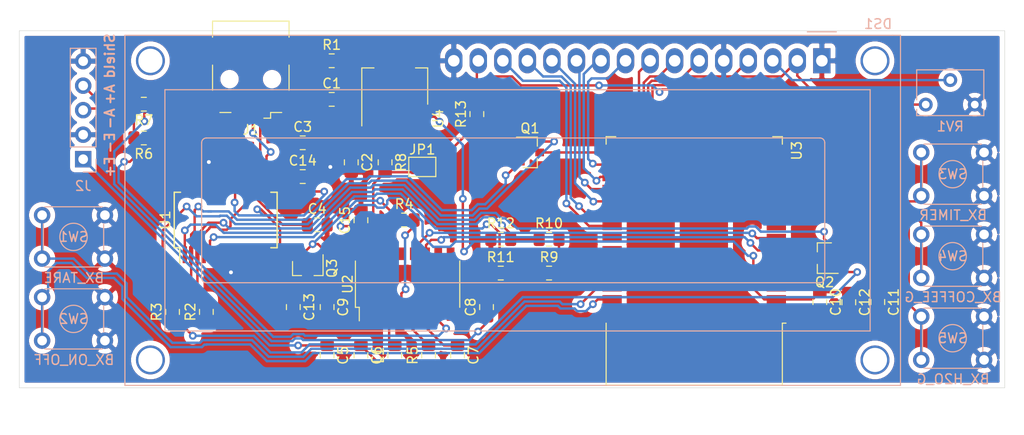
<source format=kicad_pcb>
(kicad_pcb (version 20171130) (host pcbnew "(5.1.7)-1")
  (title_block (title "Coffee Grams") (date 2020-05-19) (rev 0.1) (company "Enoch Chau"))
  (layers (0 F.Cu signal) (31 B.Cu signal) (34 B.Paste user) (35 F.Paste user) (36 B.SilkS user) (37 F.SilkS user) (38 B.Mask user) (39 F.Mask user) (44 Edge.Cuts user))
  (net 0 "")
  (net 1 GND)
  (net 2 +5V)
  (net 3 +3V3)
  (net 4 /AVDD)
  (net 5 "Net-(DS1-Pad15)")
  (net 6 /LCD_D7)
  (net 7 /LCD_D6)
  (net 8 /LCD_D5)
  (net 9 /LCD_D4)
  (net 10 /LCD_D3)
  (net 11 /LCD_D2)
  (net 12 /LCD_D1)
  (net 13 /LCD_D0)
  (net 14 /LCD_E)
  (net 15 /LCD_RS)
  (net 16 "Net-(DS1-Pad3)")
  (net 17 "Net-(J1-Pad3)")
  (net 18 "Net-(J1-Pad2)")
  (net 19 /A+)
  (net 20 /A-)
  (net 21 "Net-(JP1-Pad1)")
  (net 22 "Net-(L1-Pad2)")
  (net 23 "Net-(Q1-Pad1)")
  (net 24 /IO0)
  (net 25 /DTR)
  (net 26 "Net-(Q2-Pad1)")
  (net 27 /EN)
  (net 28 /RTS)
  (net 29 "Net-(Q3-Pad1)")
  (net 30 "Net-(R9-Pad2)")
  (net 31 /TXD0)
  (net 32 "Net-(R10-Pad2)")
  (net 33 /RXD0)
  (net 34 /BX_TARE)
  (net 35 /BX_ON_OFF)
  (net 36 /BX_TIMER)
  (net 37 /BX_COFFEE_G)
  (net 38 /BX_H2O_G)
  (net 39 /HX_DOUT)
  (net 40 /HX_SCK)
  (net 41 /INNA)
  (net 42 /INPA)
  (net 43 "Net-(C1-Pad1)")
  (net 44 "Net-(C4-Pad1)")
  (net 45 "Net-(C7-Pad1)")
  (net 46 "Net-(R4-Pad2)")
  (module Display:WC1602A (layer B.Cu) (at 169.5704 98.1964 180)
    (fp_text reference DS1 (at -5.82 3.81) (layer B.SilkS) (effects (justify mirror)))
    (fp_text value WC1602A)
    (pad "" thru_hole circle (at 69.5 0 180) (size 3 3) (drill 2.5) (layers *.Cu *.Mask))
    (pad "" thru_hole circle (at 69.49948 -31.0007 180) (size 3 3) (drill 2.5) (layers *.Cu *.Mask))
    (pad "" thru_hole circle (at -5.4991 -31.0007 180) (size 3 3) (drill 2.5) (layers *.Cu *.Mask))
    (pad "" thru_hole circle (at -5.4991 0 180) (size 3 3) (drill 2.5) (layers *.Cu *.Mask))
    (pad 16 thru_hole oval (at 38.1 0 180) (size 1.8 2.6) (drill 1.2) (layers *.Cu *.Mask) (net 1 GND))
    (pad 15 thru_hole oval (at 35.56 0 180) (size 1.8 2.6) (drill 1.2) (layers *.Cu *.Mask) (net 5 "Net-(DS1-Pad15)"))
    (pad 14 thru_hole oval (at 33.02 0 180) (size 1.8 2.6) (drill 1.2) (layers *.Cu *.Mask) (net 6 /LCD_D7))
    (pad 13 thru_hole oval (at 30.48 0 180) (size 1.8 2.6) (drill 1.2) (layers *.Cu *.Mask) (net 7 /LCD_D6))
    (pad 12 thru_hole oval (at 27.94 0 180) (size 1.8 2.6) (drill 1.2) (layers *.Cu *.Mask) (net 8 /LCD_D5))
    (pad 11 thru_hole oval (at 25.4 0 180) (size 1.8 2.6) (drill 1.2) (layers *.Cu *.Mask) (net 9 /LCD_D4))
    (pad 10 thru_hole oval (at 22.86 0 180) (size 1.8 2.6) (drill 1.2) (layers *.Cu *.Mask) (net 10 /LCD_D3))
    (pad 9 thru_hole oval (at 20.32 0 180) (size 1.8 2.6) (drill 1.2) (layers *.Cu *.Mask) (net 11 /LCD_D2))
    (pad 8 thru_hole oval (at 17.78 0 180) (size 1.8 2.6) (drill 1.2) (layers *.Cu *.Mask) (net 12 /LCD_D1))
    (pad 7 thru_hole oval (at 15.24 0 180) (size 1.8 2.6) (drill 1.2) (layers *.Cu *.Mask) (net 13 /LCD_D0))
    (pad 6 thru_hole oval (at 12.7 0 180) (size 1.8 2.6) (drill 1.2) (layers *.Cu *.Mask) (net 14 /LCD_E))
    (pad 5 thru_hole oval (at 10.16 0 180) (size 1.8 2.6) (drill 1.2) (layers *.Cu *.Mask) (net 1 GND))
    (pad 4 thru_hole oval (at 7.62 0 180) (size 1.8 2.6) (drill 1.2) (layers *.Cu *.Mask) (net 15 /LCD_RS))
    (pad 3 thru_hole oval (at 5.08 0 180) (size 1.8 2.6) (drill 1.2) (layers *.Cu *.Mask) (net 16 "Net-(DS1-Pad3)"))
    (pad 2 thru_hole oval (at 2.54 0 180) (size 1.8 2.6) (drill 1.2) (layers *.Cu *.Mask) (net 2 +5V))
    (pad 1 thru_hole rect (at 0 0 180) (size 1.8 2.6) (drill 1.2) (layers *.Cu *.Mask) (net 1 GND))
  )
  (module Connector_USB:USB_Mini-B_Wuerth_65100516121_Horizontal (layer F.Cu) (at 110.4604 100.0964 180)
    (fp_text reference J1 (at 0 -5.25) (layer F.SilkS))
    (fp_text value USB_B_Mini)
    (pad "" np_thru_hole circle (at 2.2 0 180) (size 0.9 0.9) (drill 0.9) (layers *.Cu *.Mask))
    (pad "" np_thru_hole circle (at -2.2 0 180) (size 0.9 0.9) (drill 0.9) (layers *.Cu *.Mask))
    (pad 5 smd rect (at 1.6 -2.6 180) (size 0.5 2.5) (layers F.Cu F.Paste F.Mask) (net 1 GND))
    (pad 4 smd rect (at 0.8 -2.6 180) (size 0.5 2.5) (layers F.Cu F.Paste F.Mask))
    (pad 3 smd rect (at 0 -2.6 180) (size 0.5 2.5) (layers F.Cu F.Paste F.Mask) (net 17 "Net-(J1-Pad3)"))
    (pad 2 smd rect (at -0.8 -2.6 180) (size 0.5 2.5) (layers F.Cu F.Paste F.Mask) (net 18 "Net-(J1-Pad2)"))
    (pad 1 smd rect (at -1.6 -2.6 180) (size 0.5 2.5) (layers F.Cu F.Paste F.Mask) (net 2 +5V))
    (pad 6 smd rect (at 4.4 -2.6 180) (size 2 2.5) (layers F.Cu F.Paste F.Mask) (net 43 "Net-(C1-Pad1)"))
    (pad 6 smd rect (at -4.4 -2.6 180) (size 2 2.5) (layers F.Cu F.Paste F.Mask) (net 43 "Net-(C1-Pad1)"))
    (pad 6 smd rect (at 4.4 2.9 180) (size 2 2.5) (layers F.Cu F.Paste F.Mask) (net 43 "Net-(C1-Pad1)"))
    (pad 6 smd rect (at -4.4 2.9 180) (size 2 2.5) (layers F.Cu F.Paste F.Mask) (net 43 "Net-(C1-Pad1)"))
  )
  (module Package_TO_SOT_SMD:SOT-223 (layer F.Cu) (at 125.3604 100.8464 90)
    (fp_text reference U4 (at -3.35 4.5 90) (layer F.SilkS))
    (fp_text value LM3940)
    (pad 1 smd rect (at -3.15 -2.3 90) (size 2 1.5) (layers F.Cu F.Paste F.Mask) (net 2 +5V))
    (pad 3 smd rect (at -3.15 2.3 90) (size 2 1.5) (layers F.Cu F.Paste F.Mask) (net 3 +3V3))
    (pad 2 smd rect (at -3.15 0 90) (size 2 1.5) (layers F.Cu F.Paste F.Mask) (net 1 GND))
    (pad 4 smd rect (at 3.15 0 90) (size 2 3.8) (layers F.Cu F.Paste F.Mask) (net 1 GND))
  )
  (module RF_Module:ESP32-WROOM-32 (layer F.Cu) (at 156.3604 115.9414 180)
    (fp_text reference U3 (at -10.61 8.43 90) (layer F.SilkS))
    (fp_text value ESP32-WROOM-32)
    (pad 38 smd rect (at 8.5 -8.255 180) (size 2 0.9) (layers F.Cu F.Paste F.Mask) (net 1 GND))
    (pad 37 smd rect (at 8.5 -6.985 180) (size 2 0.9) (layers F.Cu F.Paste F.Mask) (net 35 /BX_ON_OFF))
    (pad 36 smd rect (at 8.5 -5.715 180) (size 2 0.9) (layers F.Cu F.Paste F.Mask) (net 34 /BX_TARE))
    (pad 35 smd rect (at 8.5 -4.445 180) (size 2 0.9) (layers F.Cu F.Paste F.Mask) (net 30 "Net-(R9-Pad2)"))
    (pad 34 smd rect (at 8.5 -3.175 180) (size 2 0.9) (layers F.Cu F.Paste F.Mask) (net 32 "Net-(R10-Pad2)"))
    (pad 33 smd rect (at 8.5 -1.905 180) (size 2 0.9) (layers F.Cu F.Paste F.Mask))
    (pad 32 smd rect (at 8.5 -0.635 180) (size 2 0.9) (layers F.Cu F.Paste F.Mask))
    (pad 31 smd rect (at 8.5 0.635 180) (size 2 0.9) (layers F.Cu F.Paste F.Mask) (net 6 /LCD_D7))
    (pad 30 smd rect (at 8.5 1.905 180) (size 2 0.9) (layers F.Cu F.Paste F.Mask) (net 7 /LCD_D6))
    (pad 29 smd rect (at 8.5 3.175 180) (size 2 0.9) (layers F.Cu F.Paste F.Mask) (net 8 /LCD_D5))
    (pad 28 smd rect (at 8.5 4.445 180) (size 2 0.9) (layers F.Cu F.Paste F.Mask) (net 9 /LCD_D4))
    (pad 27 smd rect (at 8.5 5.715 180) (size 2 0.9) (layers F.Cu F.Paste F.Mask) (net 10 /LCD_D3))
    (pad 26 smd rect (at 8.5 6.985 180) (size 2 0.9) (layers F.Cu F.Paste F.Mask) (net 11 /LCD_D2))
    (pad 25 smd rect (at 8.5 8.255 180) (size 2 0.9) (layers F.Cu F.Paste F.Mask) (net 24 /IO0))
    (pad 24 smd rect (at 5.715 9.255 270) (size 2 0.9) (layers F.Cu F.Paste F.Mask) (net 12 /LCD_D1))
    (pad 23 smd rect (at 4.445 9.255 270) (size 2 0.9) (layers F.Cu F.Paste F.Mask) (net 13 /LCD_D0))
    (pad 22 smd rect (at 3.175 9.255 270) (size 2 0.9) (layers F.Cu F.Paste F.Mask))
    (pad 21 smd rect (at 1.905 9.255 270) (size 2 0.9) (layers F.Cu F.Paste F.Mask))
    (pad 20 smd rect (at 0.635 9.255 270) (size 2 0.9) (layers F.Cu F.Paste F.Mask))
    (pad 19 smd rect (at -0.635 9.255 270) (size 2 0.9) (layers F.Cu F.Paste F.Mask))
    (pad 18 smd rect (at -1.905 9.255 270) (size 2 0.9) (layers F.Cu F.Paste F.Mask))
    (pad 17 smd rect (at -3.175 9.255 270) (size 2 0.9) (layers F.Cu F.Paste F.Mask))
    (pad 16 smd rect (at -4.445 9.255 270) (size 2 0.9) (layers F.Cu F.Paste F.Mask) (net 14 /LCD_E))
    (pad 15 smd rect (at -5.715 9.255 270) (size 2 0.9) (layers F.Cu F.Paste F.Mask) (net 1 GND))
    (pad 14 smd rect (at -8.5 8.255 180) (size 2 0.9) (layers F.Cu F.Paste F.Mask))
    (pad 13 smd rect (at -8.5 6.985 180) (size 2 0.9) (layers F.Cu F.Paste F.Mask) (net 15 /LCD_RS))
    (pad 12 smd rect (at -8.5 5.715 180) (size 2 0.9) (layers F.Cu F.Paste F.Mask))
    (pad 11 smd rect (at -8.5 4.445 180) (size 2 0.9) (layers F.Cu F.Paste F.Mask))
    (pad 10 smd rect (at -8.5 3.175 180) (size 2 0.9) (layers F.Cu F.Paste F.Mask) (net 36 /BX_TIMER))
    (pad 9 smd rect (at -8.5 1.905 180) (size 2 0.9) (layers F.Cu F.Paste F.Mask) (net 37 /BX_COFFEE_G))
    (pad 8 smd rect (at -8.5 0.635 180) (size 2 0.9) (layers F.Cu F.Paste F.Mask) (net 38 /BX_H2O_G))
    (pad 7 smd rect (at -8.5 -0.635 180) (size 2 0.9) (layers F.Cu F.Paste F.Mask) (net 39 /HX_DOUT))
    (pad 6 smd rect (at -8.5 -1.905 180) (size 2 0.9) (layers F.Cu F.Paste F.Mask) (net 40 /HX_SCK))
    (pad 5 smd rect (at -8.5 -3.175 180) (size 2 0.9) (layers F.Cu F.Paste F.Mask))
    (pad 4 smd rect (at -8.5 -4.445 180) (size 2 0.9) (layers F.Cu F.Paste F.Mask))
    (pad 3 smd rect (at -8.5 -5.715 180) (size 2 0.9) (layers F.Cu F.Paste F.Mask) (net 27 /EN))
    (pad 2 smd rect (at -8.5 -6.985 180) (size 2 0.9) (layers F.Cu F.Paste F.Mask) (net 3 +3V3))
    (pad 1 smd rect (at -8.5 -8.255 180) (size 2 0.9) (layers F.Cu F.Paste F.Mask) (net 1 GND))
    (pad 39 smd rect (at -1 -0.755 180) (size 5 5) (layers F.Cu F.Paste F.Mask) (net 1 GND))
  )
  (module Package_SO:SOP-16_4.4x10.4mm_P1.27mm (layer F.Cu) (at 126.6904 121.3464 90)
    (fp_text reference U2 (at 0 -6.2 90) (layer F.SilkS))
    (fp_text value HX711)
    (pad 16 smd rect (at 3.15 -4.45 90) (size 1.3 0.8) (layers F.Cu F.Paste F.Mask) (net 3 +3V3))
    (pad 15 smd rect (at 3.15 -3.17 90) (size 1.3 0.8) (layers F.Cu F.Paste F.Mask) (net 21 "Net-(JP1-Pad1)"))
    (pad 14 smd rect (at 3.15 -1.91 90) (size 1.3 0.8) (layers F.Cu F.Paste F.Mask) (net 1 GND))
    (pad 13 smd rect (at 3.15 -0.64 90) (size 1.3 0.8) (layers F.Cu F.Paste F.Mask))
    (pad 12 smd rect (at 3.15 0.64 90) (size 1.3 0.8) (layers F.Cu F.Paste F.Mask) (net 39 /HX_DOUT))
    (pad 11 smd rect (at 3.15 1.91 90) (size 1.3 0.8) (layers F.Cu F.Paste F.Mask) (net 40 /HX_SCK))
    (pad 10 smd rect (at 3.15 3.17 90) (size 1.3 0.8) (layers F.Cu F.Paste F.Mask))
    (pad 9 smd rect (at 3.15 4.45 90) (size 1.3 0.8) (layers F.Cu F.Paste F.Mask))
    (pad 8 smd rect (at -3.15 4.45 90) (size 1.3 0.8) (layers F.Cu F.Paste F.Mask) (net 42 /INPA))
    (pad 7 smd rect (at -3.15 3.17 90) (size 1.3 0.8) (layers F.Cu F.Paste F.Mask) (net 41 /INNA))
    (pad 6 smd rect (at -3.15 1.91 90) (size 1.3 0.8) (layers F.Cu F.Paste F.Mask) (net 45 "Net-(C7-Pad1)"))
    (pad 5 smd rect (at -3.15 0.64 90) (size 1.3 0.8) (layers F.Cu F.Paste F.Mask) (net 1 GND))
    (pad 4 smd rect (at -3.15 -0.64 90) (size 1.3 0.8) (layers F.Cu F.Paste F.Mask) (net 46 "Net-(R4-Pad2)"))
    (pad 3 smd rect (at -3.15 -1.91 90) (size 1.3 0.8) (layers F.Cu F.Paste F.Mask) (net 22 "Net-(L1-Pad2)"))
    (pad 2 smd rect (at -3.15 -3.17 90) (size 1.3 0.8) (layers F.Cu F.Paste F.Mask) (net 29 "Net-(Q3-Pad1)"))
    (pad 1 smd rect (at -3.15 -4.45 90) (size 1.3 0.8) (layers F.Cu F.Paste F.Mask) (net 2 +5V))
  )
  (module Package_SO:SSOP-28_5.3x10.2mm_P0.65mm (layer F.Cu) (at 107.8604 114.6964 90)
    (fp_text reference U1 (at 0 -6.25 90) (layer F.SilkS))
    (fp_text value FT232RL)
    (pad 28 smd rect (at 3.6 -4.225 90) (size 1.75 0.45) (layers F.Cu F.Paste F.Mask))
    (pad 27 smd rect (at 3.6 -3.575 90) (size 1.75 0.45) (layers F.Cu F.Paste F.Mask))
    (pad 26 smd rect (at 3.6 -2.925 90) (size 1.75 0.45) (layers F.Cu F.Paste F.Mask) (net 1 GND))
    (pad 25 smd rect (at 3.6 -2.275 90) (size 1.75 0.45) (layers F.Cu F.Paste F.Mask) (net 1 GND))
    (pad 24 smd rect (at 3.6 -1.625 90) (size 1.75 0.45) (layers F.Cu F.Paste F.Mask))
    (pad 23 smd rect (at 3.6 -0.975 90) (size 1.75 0.45) (layers F.Cu F.Paste F.Mask))
    (pad 22 smd rect (at 3.6 -0.325 90) (size 1.75 0.45) (layers F.Cu F.Paste F.Mask))
    (pad 21 smd rect (at 3.6 0.325 90) (size 1.75 0.45) (layers F.Cu F.Paste F.Mask) (net 1 GND))
    (pad 20 smd rect (at 3.6 0.975 90) (size 1.75 0.45) (layers F.Cu F.Paste F.Mask) (net 2 +5V))
    (pad 19 smd rect (at 3.6 1.625 90) (size 1.75 0.45) (layers F.Cu F.Paste F.Mask))
    (pad 18 smd rect (at 3.6 2.275 90) (size 1.75 0.45) (layers F.Cu F.Paste F.Mask) (net 1 GND))
    (pad 17 smd rect (at 3.6 2.925 90) (size 1.75 0.45) (layers F.Cu F.Paste F.Mask) (net 44 "Net-(C4-Pad1)"))
    (pad 16 smd rect (at 3.6 3.575 90) (size 1.75 0.45) (layers F.Cu F.Paste F.Mask) (net 18 "Net-(J1-Pad2)"))
    (pad 15 smd rect (at 3.6 4.225 90) (size 1.75 0.45) (layers F.Cu F.Paste F.Mask) (net 17 "Net-(J1-Pad3)"))
    (pad 14 smd rect (at -3.6 4.225 90) (size 1.75 0.45) (layers F.Cu F.Paste F.Mask))
    (pad 13 smd rect (at -3.6 3.575 90) (size 1.75 0.45) (layers F.Cu F.Paste F.Mask))
    (pad 12 smd rect (at -3.6 2.925 90) (size 1.75 0.45) (layers F.Cu F.Paste F.Mask))
    (pad 11 smd rect (at -3.6 2.275 90) (size 1.75 0.45) (layers F.Cu F.Paste F.Mask))
    (pad 10 smd rect (at -3.6 1.625 90) (size 1.75 0.45) (layers F.Cu F.Paste F.Mask))
    (pad 9 smd rect (at -3.6 0.975 90) (size 1.75 0.45) (layers F.Cu F.Paste F.Mask))
    (pad 8 smd rect (at -3.6 0.325 90) (size 1.75 0.45) (layers F.Cu F.Paste F.Mask))
    (pad 7 smd rect (at -3.6 -0.325 90) (size 1.75 0.45) (layers F.Cu F.Paste F.Mask) (net 1 GND))
    (pad 6 smd rect (at -3.6 -0.975 90) (size 1.75 0.45) (layers F.Cu F.Paste F.Mask))
    (pad 5 smd rect (at -3.6 -1.625 90) (size 1.75 0.45) (layers F.Cu F.Paste F.Mask) (net 31 /TXD0))
    (pad 4 smd rect (at -3.6 -2.275 90) (size 1.75 0.45) (layers F.Cu F.Paste F.Mask) (net 44 "Net-(C4-Pad1)"))
    (pad 3 smd rect (at -3.6 -2.925 90) (size 1.75 0.45) (layers F.Cu F.Paste F.Mask) (net 28 /RTS))
    (pad 2 smd rect (at -3.6 -3.575 90) (size 1.75 0.45) (layers F.Cu F.Paste F.Mask) (net 25 /DTR))
    (pad 1 smd rect (at -3.6 -4.225 90) (size 1.75 0.45) (layers F.Cu F.Paste F.Mask) (net 33 /RXD0))
  )
  (module Button_Switch_THT:SW_TH_Tactile_Omron_B3F-10xx (layer B.Cu) (at 186.3604 124.6964 180)
    (fp_text reference SW5 (at 3.25 -2.25) (layer B.SilkS) (effects (justify mirror)))
    (fp_text value BX_H2O_G (at 3.2 -6.5) (layer B.SilkS) (effects (justify mirror)))
    (pad 1 thru_hole circle (at 0 0 180) (size 1.7 1.7) (drill 1) (layers *.Cu *.Mask) (net 1 GND))
    (pad 2 thru_hole circle (at 6.5 0 180) (size 1.7 1.7) (drill 1) (layers *.Cu *.Mask) (net 38 /BX_H2O_G))
    (pad 3 thru_hole circle (at 0 -4.5 180) (size 1.7 1.7) (drill 1) (layers *.Cu *.Mask) (net 1 GND))
    (pad 4 thru_hole circle (at 6.5 -4.5 180) (size 1.7 1.7) (drill 1) (layers *.Cu *.Mask) (net 38 /BX_H2O_G))
  )
  (module Button_Switch_THT:SW_TH_Tactile_Omron_B3F-10xx (layer B.Cu) (at 186.3604 116.1964 180)
    (fp_text reference SW4 (at 3.25 -2.25) (layer B.SilkS) (effects (justify mirror)))
    (fp_text value BX_COFFEE_G (at 3.2 -6.5) (layer B.SilkS) (effects (justify mirror)))
    (pad 1 thru_hole circle (at 0 0 180) (size 1.7 1.7) (drill 1) (layers *.Cu *.Mask) (net 1 GND))
    (pad 2 thru_hole circle (at 6.5 0 180) (size 1.7 1.7) (drill 1) (layers *.Cu *.Mask) (net 37 /BX_COFFEE_G))
    (pad 3 thru_hole circle (at 0 -4.5 180) (size 1.7 1.7) (drill 1) (layers *.Cu *.Mask) (net 1 GND))
    (pad 4 thru_hole circle (at 6.5 -4.5 180) (size 1.7 1.7) (drill 1) (layers *.Cu *.Mask) (net 37 /BX_COFFEE_G))
  )
  (module Button_Switch_THT:SW_TH_Tactile_Omron_B3F-10xx (layer B.Cu) (at 186.3604 107.6964 180)
    (fp_text reference SW3 (at 3.25 -2.25) (layer B.SilkS) (effects (justify mirror)))
    (fp_text value BX_TIMER (at 3.2 -6.5) (layer B.SilkS) (effects (justify mirror)))
    (pad 1 thru_hole circle (at 0 0 180) (size 1.7 1.7) (drill 1) (layers *.Cu *.Mask) (net 1 GND))
    (pad 2 thru_hole circle (at 6.5 0 180) (size 1.7 1.7) (drill 1) (layers *.Cu *.Mask) (net 36 /BX_TIMER))
    (pad 3 thru_hole circle (at 0 -4.5 180) (size 1.7 1.7) (drill 1) (layers *.Cu *.Mask) (net 1 GND))
    (pad 4 thru_hole circle (at 6.5 -4.5 180) (size 1.7 1.7) (drill 1) (layers *.Cu *.Mask) (net 36 /BX_TIMER))
  )
  (module Button_Switch_THT:SW_TH_Tactile_Omron_B3F-10xx (layer B.Cu) (at 95.3604 122.6964 180)
    (fp_text reference SW2 (at 3.25 -2.25) (layer B.SilkS) (effects (justify mirror)))
    (fp_text value BX_ON_OFF (at 3.2 -6.5) (layer B.SilkS) (effects (justify mirror)))
    (pad 1 thru_hole circle (at 0 0 180) (size 1.7 1.7) (drill 1) (layers *.Cu *.Mask) (net 1 GND))
    (pad 2 thru_hole circle (at 6.5 0 180) (size 1.7 1.7) (drill 1) (layers *.Cu *.Mask) (net 35 /BX_ON_OFF))
    (pad 3 thru_hole circle (at 0 -4.5 180) (size 1.7 1.7) (drill 1) (layers *.Cu *.Mask) (net 1 GND))
    (pad 4 thru_hole circle (at 6.5 -4.5 180) (size 1.7 1.7) (drill 1) (layers *.Cu *.Mask) (net 35 /BX_ON_OFF))
  )
  (module Button_Switch_THT:SW_TH_Tactile_Omron_B3F-10xx (layer B.Cu) (at 95.3604 114.1964 180)
    (fp_text reference SW1 (at 3.25 -2.25) (layer B.SilkS) (effects (justify mirror)))
    (fp_text value BX_TARE (at 3.2 -6.5) (layer B.SilkS) (effects (justify mirror)))
    (pad 1 thru_hole circle (at 0 0 180) (size 1.7 1.7) (drill 1) (layers *.Cu *.Mask) (net 1 GND))
    (pad 2 thru_hole circle (at 6.5 0 180) (size 1.7 1.7) (drill 1) (layers *.Cu *.Mask) (net 34 /BX_TARE))
    (pad 3 thru_hole circle (at 0 -4.5 180) (size 1.7 1.7) (drill 1) (layers *.Cu *.Mask) (net 1 GND))
    (pad 4 thru_hole circle (at 6.5 -4.5 180) (size 1.7 1.7) (drill 1) (layers *.Cu *.Mask) (net 34 /BX_TARE))
  )
  (module Potentiometer_THT:Potentiometer_Bourns_3266W_Vertical (layer B.Cu) (at 185.4004 102.7364)
    (fp_text reference RV1 (at -2.54 2.27) (layer B.SilkS) (effects (justify mirror)))
    (fp_text value 10K)
    (pad 3 thru_hole circle (at -5.08 0) (size 1.44 1.44) (drill 0.8) (layers *.Cu *.Mask) (net 2 +5V))
    (pad 2 thru_hole circle (at -2.54 -2.54) (size 1.44 1.44) (drill 0.8) (layers *.Cu *.Mask) (net 16 "Net-(DS1-Pad3)"))
    (pad 1 thru_hole circle (at 0 0) (size 1.44 1.44) (drill 0.8) (layers *.Cu *.Mask) (net 1 GND))
  )
  (module Resistor_SMD:R_0805_2012Metric_Pad1.15x1.40mm_HandSolder (layer F.Cu) (at 133.8604 103.7214 90)
    (fp_text reference R13 (at 0 -1.65 90) (layer F.SilkS))
    (fp_text value 220)
    (pad 2 smd roundrect (at 1.025 0 90) (size 1.15 1.4) (layers F.Cu F.Paste F.Mask) (roundrect_rratio 0.217391) (net 5 "Net-(DS1-Pad15)"))
    (pad 1 smd roundrect (at -1.025 0 90) (size 1.15 1.4) (layers F.Cu F.Paste F.Mask) (roundrect_rratio 0.217391) (net 2 +5V))
  )
  (module Resistor_SMD:R_0805_2012Metric_Pad1.15x1.40mm_HandSolder (layer F.Cu) (at 136.3354 116.6964)
    (fp_text reference R12 (at 0 -1.65) (layer F.SilkS))
    (fp_text value 4.7K)
    (pad 2 smd roundrect (at 1.025 0) (size 1.15 1.4) (layers F.Cu F.Paste F.Mask) (roundrect_rratio 0.217391) (net 33 /RXD0))
    (pad 1 smd roundrect (at -1.025 0) (size 1.15 1.4) (layers F.Cu F.Paste F.Mask) (roundrect_rratio 0.217391) (net 1 GND))
  )
  (module Resistor_SMD:R_0805_2012Metric_Pad1.15x1.40mm_HandSolder (layer F.Cu) (at 136.3354 120.1964)
    (fp_text reference R11 (at 0 -1.65) (layer F.SilkS))
    (fp_text value 4.7k)
    (pad 2 smd roundrect (at 1.025 0) (size 1.15 1.4) (layers F.Cu F.Paste F.Mask) (roundrect_rratio 0.217391) (net 31 /TXD0))
    (pad 1 smd roundrect (at -1.025 0) (size 1.15 1.4) (layers F.Cu F.Paste F.Mask) (roundrect_rratio 0.217391) (net 1 GND))
  )
  (module Resistor_SMD:R_0805_2012Metric_Pad1.15x1.40mm_HandSolder (layer F.Cu) (at 141.3354 116.6964)
    (fp_text reference R10 (at 0 -1.65) (layer F.SilkS))
    (fp_text value 150)
    (pad 2 smd roundrect (at 1.025 0) (size 1.15 1.4) (layers F.Cu F.Paste F.Mask) (roundrect_rratio 0.217391) (net 32 "Net-(R10-Pad2)"))
    (pad 1 smd roundrect (at -1.025 0) (size 1.15 1.4) (layers F.Cu F.Paste F.Mask) (roundrect_rratio 0.217391) (net 33 /RXD0))
  )
  (module Resistor_SMD:R_0805_2012Metric_Pad1.15x1.40mm_HandSolder (layer F.Cu) (at 141.3354 120.1964)
    (fp_text reference R9 (at 0 -1.65) (layer F.SilkS))
    (fp_text value 150)
    (pad 2 smd roundrect (at 1.025 0) (size 1.15 1.4) (layers F.Cu F.Paste F.Mask) (roundrect_rratio 0.217391) (net 30 "Net-(R9-Pad2)"))
    (pad 1 smd roundrect (at -1.025 0) (size 1.15 1.4) (layers F.Cu F.Paste F.Mask) (roundrect_rratio 0.217391) (net 31 /TXD0))
  )
  (module Resistor_SMD:R_0805_2012Metric_Pad1.15x1.40mm_HandSolder (layer F.Cu) (at 124.3604 108.7214 270)
    (fp_text reference R8 (at 0 -1.65 90) (layer F.SilkS))
    (fp_text value 10k)
    (pad 2 smd roundrect (at 1.025 0 270) (size 1.15 1.4) (layers F.Cu F.Paste F.Mask) (roundrect_rratio 0.217391) (net 21 "Net-(JP1-Pad1)"))
    (pad 1 smd roundrect (at -1.025 0 270) (size 1.15 1.4) (layers F.Cu F.Paste F.Mask) (roundrect_rratio 0.217391) (net 2 +5V))
  )
  (module Resistor_SMD:R_0805_2012Metric_Pad1.15x1.40mm_HandSolder (layer F.Cu) (at 99.3854 102.6964 180)
    (fp_text reference R7 (at 0 -1.65) (layer F.SilkS))
    (fp_text value 100)
    (pad 2 smd roundrect (at 1.025 0 180) (size 1.15 1.4) (layers F.Cu F.Paste F.Mask) (roundrect_rratio 0.217391) (net 19 /A+))
    (pad 1 smd roundrect (at -1.025 0 180) (size 1.15 1.4) (layers F.Cu F.Paste F.Mask) (roundrect_rratio 0.217391) (net 42 /INPA))
  )
  (module Resistor_SMD:R_0805_2012Metric_Pad1.15x1.40mm_HandSolder (layer F.Cu) (at 99.3854 106.1964 180)
    (fp_text reference R6 (at 0 -1.65) (layer F.SilkS))
    (fp_text value 100)
    (pad 2 smd roundrect (at 1.025 0 180) (size 1.15 1.4) (layers F.Cu F.Paste F.Mask) (roundrect_rratio 0.217391) (net 20 /A-))
    (pad 1 smd roundrect (at -1.025 0 180) (size 1.15 1.4) (layers F.Cu F.Paste F.Mask) (roundrect_rratio 0.217391) (net 41 /INNA))
  )
  (module Resistor_SMD:R_0805_2012Metric_Pad1.15x1.40mm_HandSolder (layer F.Cu) (at 128.8604 128.7214 90)
    (fp_text reference R5 (at 0 -1.65 90) (layer F.SilkS))
    (fp_text value 8.2k)
    (pad 2 smd roundrect (at 1.025 0 90) (size 1.15 1.4) (layers F.Cu F.Paste F.Mask) (roundrect_rratio 0.217391) (net 46 "Net-(R4-Pad2)"))
    (pad 1 smd roundrect (at -1.025 0 90) (size 1.15 1.4) (layers F.Cu F.Paste F.Mask) (roundrect_rratio 0.217391) (net 1 GND))
  )
  (module Resistor_SMD:R_0805_2012Metric_Pad1.15x1.40mm_HandSolder (layer F.Cu) (at 126.3354 114.6964)
    (fp_text reference R4 (at 0 -1.65) (layer F.SilkS))
    (fp_text value 20k)
    (pad 2 smd roundrect (at 1.025 0) (size 1.15 1.4) (layers F.Cu F.Paste F.Mask) (roundrect_rratio 0.217391) (net 46 "Net-(R4-Pad2)"))
    (pad 1 smd roundrect (at -1.025 0) (size 1.15 1.4) (layers F.Cu F.Paste F.Mask) (roundrect_rratio 0.217391) (net 22 "Net-(L1-Pad2)"))
  )
  (module Resistor_SMD:R_0805_2012Metric_Pad1.15x1.40mm_HandSolder (layer F.Cu) (at 102.3604 124.2214 90)
    (fp_text reference R3 (at 0 -1.65 90) (layer F.SilkS))
    (fp_text value 12K)
    (pad 2 smd roundrect (at 1.025 0 90) (size 1.15 1.4) (layers F.Cu F.Paste F.Mask) (roundrect_rratio 0.217391) (net 25 /DTR))
    (pad 1 smd roundrect (at -1.025 0 90) (size 1.15 1.4) (layers F.Cu F.Paste F.Mask) (roundrect_rratio 0.217391) (net 26 "Net-(Q2-Pad1)"))
  )
  (module Resistor_SMD:R_0805_2012Metric_Pad1.15x1.40mm_HandSolder (layer F.Cu) (at 105.8604 124.2214 90)
    (fp_text reference R2 (at 0 -1.65 90) (layer F.SilkS))
    (fp_text value 12K)
    (pad 2 smd roundrect (at 1.025 0 90) (size 1.15 1.4) (layers F.Cu F.Paste F.Mask) (roundrect_rratio 0.217391) (net 28 /RTS))
    (pad 1 smd roundrect (at -1.025 0 90) (size 1.15 1.4) (layers F.Cu F.Paste F.Mask) (roundrect_rratio 0.217391) (net 23 "Net-(Q1-Pad1)"))
  )
  (module Resistor_SMD:R_0805_2012Metric_Pad1.15x1.40mm_HandSolder (layer F.Cu) (at 118.8354 98.1964)
    (fp_text reference R1 (at 0 -1.65) (layer F.SilkS))
    (fp_text value 1M)
    (pad 2 smd roundrect (at 1.025 0) (size 1.15 1.4) (layers F.Cu F.Paste F.Mask) (roundrect_rratio 0.217391) (net 1 GND))
    (pad 1 smd roundrect (at -1.025 0) (size 1.15 1.4) (layers F.Cu F.Paste F.Mask) (roundrect_rratio 0.217391) (net 43 "Net-(C1-Pad1)"))
  )
  (module Package_TO_SOT_SMD:SOT-23 (layer F.Cu) (at 116.3604 119.6964 270)
    (fp_text reference Q3 (at 0 -2.5 90) (layer F.SilkS))
    (fp_text value MMBT4403)
    (pad 3 smd rect (at 1 0 270) (size 0.9 0.8) (layers F.Cu F.Paste F.Mask) (net 2 +5V))
    (pad 2 smd rect (at -1 0.95 270) (size 0.9 0.8) (layers F.Cu F.Paste F.Mask) (net 22 "Net-(L1-Pad2)"))
    (pad 1 smd rect (at -1 -0.95 270) (size 0.9 0.8) (layers F.Cu F.Paste F.Mask) (net 29 "Net-(Q3-Pad1)"))
  )
  (module Package_TO_SOT_SMD:SOT-23 (layer F.Cu) (at 169.8604 118.6464 180)
    (fp_text reference Q2 (at 0 -2.5) (layer F.SilkS))
    (fp_text value BC847)
    (pad 3 smd rect (at 1 0 180) (size 0.9 0.8) (layers F.Cu F.Paste F.Mask) (net 27 /EN))
    (pad 2 smd rect (at -1 0.95 180) (size 0.9 0.8) (layers F.Cu F.Paste F.Mask) (net 28 /RTS))
    (pad 1 smd rect (at -1 -0.95 180) (size 0.9 0.8) (layers F.Cu F.Paste F.Mask) (net 26 "Net-(Q2-Pad1)"))
  )
  (module Package_TO_SOT_SMD:SOT-23 (layer F.Cu) (at 139.3604 107.6964)
    (fp_text reference Q1 (at 0 -2.5) (layer F.SilkS))
    (fp_text value BC847)
    (pad 3 smd rect (at 1 0) (size 0.9 0.8) (layers F.Cu F.Paste F.Mask) (net 24 /IO0))
    (pad 2 smd rect (at -1 0.95) (size 0.9 0.8) (layers F.Cu F.Paste F.Mask) (net 25 /DTR))
    (pad 1 smd rect (at -1 -0.95) (size 0.9 0.8) (layers F.Cu F.Paste F.Mask) (net 23 "Net-(Q1-Pad1)"))
  )
  (module Inductor_SMD:L_0805_2012Metric_Pad1.15x1.40mm_HandSolder (layer F.Cu) (at 125.3604 128.7214 90)
    (fp_text reference L1 (at 0 -1.65 90) (layer F.SilkS))
    (fp_text value 3.3u)
    (pad 2 smd roundrect (at 1.025 0 90) (size 1.15 1.4) (layers F.Cu F.Paste F.Mask) (roundrect_rratio 0.217391) (net 22 "Net-(L1-Pad2)"))
    (pad 1 smd roundrect (at -1.025 0 90) (size 1.15 1.4) (layers F.Cu F.Paste F.Mask) (roundrect_rratio 0.217391) (net 4 /AVDD))
  )
  (module Jumper:SolderJumper-2_P1.3mm_Open_Pad1.0x1.5mm (layer F.Cu) (at 128.2104 109.1964)
    (fp_text reference JP1 (at 0 -1.8) (layer F.SilkS))
    (fp_text value Jumper)
    (pad 1 smd rect (at -0.65 0) (size 1 1.5) (layers F.Cu F.Mask) (net 21 "Net-(JP1-Pad1)"))
    (pad 2 smd rect (at 0.65 0) (size 1 1.5) (layers F.Cu F.Mask) (net 1 GND))
  )
  (module Connector_PinSocket_2.54mm:PinSocket_1x05_P2.54mm_Vertical (layer B.Cu) (at 93.1104 108.3964)
    (fp_text reference J2 (at 0 2.77) (layer B.SilkS) (effects (justify mirror)))
    (fp_text value Conn_01x05_Male)
    (pad 5 thru_hole oval (at 0 -10.16) (size 1.7 1.7) (drill 1) (layers *.Cu *.Mask) (net 1 GND))
    (pad 4 thru_hole oval (at 0 -7.62) (size 1.7 1.7) (drill 1) (layers *.Cu *.Mask) (net 19 /A+))
    (pad 3 thru_hole oval (at 0 -5.08) (size 1.7 1.7) (drill 1) (layers *.Cu *.Mask) (net 20 /A-))
    (pad 2 thru_hole oval (at 0 -2.54) (size 1.7 1.7) (drill 1) (layers *.Cu *.Mask) (net 1 GND))
    (pad 1 thru_hole rect (at 0 0) (size 1.7 1.7) (drill 1) (layers *.Cu *.Mask) (net 4 /AVDD))
  )
  (module Capacitor_SMD:C_0805_2012Metric_Pad1.15x1.40mm_HandSolder (layer F.Cu) (at 121.8604 114.7214 90)
    (fp_text reference C15 (at 0 -1.65 90) (layer F.SilkS))
    (fp_text value .1u)
    (pad 2 smd roundrect (at 1.025 0 90) (size 1.15 1.4) (layers F.Cu F.Paste F.Mask) (roundrect_rratio 0.217391) (net 1 GND))
    (pad 1 smd roundrect (at -1.025 0 90) (size 1.15 1.4) (layers F.Cu F.Paste F.Mask) (roundrect_rratio 0.217391) (net 3 +3V3))
  )
  (module Capacitor_SMD:C_0805_2012Metric_Pad1.15x1.40mm_HandSolder (layer F.Cu) (at 115.8354 110.1964)
    (fp_text reference C14 (at 0 -1.65) (layer F.SilkS))
    (fp_text value 10u)
    (pad 2 smd roundrect (at 1.025 0) (size 1.15 1.4) (layers F.Cu F.Paste F.Mask) (roundrect_rratio 0.217391) (net 1 GND))
    (pad 1 smd roundrect (at -1.025 0) (size 1.15 1.4) (layers F.Cu F.Paste F.Mask) (roundrect_rratio 0.217391) (net 2 +5V))
  )
  (module Capacitor_SMD:C_0805_2012Metric_Pad1.15x1.40mm_HandSolder (layer F.Cu) (at 114.8604 123.7214 270)
    (fp_text reference C13 (at 0 -1.65 90) (layer F.SilkS))
    (fp_text value .1u)
    (pad 2 smd roundrect (at 1.025 0 270) (size 1.15 1.4) (layers F.Cu F.Paste F.Mask) (roundrect_rratio 0.217391) (net 1 GND))
    (pad 1 smd roundrect (at -1.025 0 270) (size 1.15 1.4) (layers F.Cu F.Paste F.Mask) (roundrect_rratio 0.217391) (net 2 +5V))
  )
  (module Capacitor_SMD:C_0805_2012Metric_Pad1.15x1.40mm_HandSolder (layer F.Cu) (at 172.3604 123.2214 270)
    (fp_text reference C12 (at 0 -1.65 90) (layer F.SilkS))
    (fp_text value 33u)
    (pad 2 smd roundrect (at 1.025 0 270) (size 1.15 1.4) (layers F.Cu F.Paste F.Mask) (roundrect_rratio 0.217391) (net 1 GND))
    (pad 1 smd roundrect (at -1.025 0 270) (size 1.15 1.4) (layers F.Cu F.Paste F.Mask) (roundrect_rratio 0.217391) (net 3 +3V3))
  )
  (module Capacitor_SMD:C_0805_2012Metric_Pad1.15x1.40mm_HandSolder (layer F.Cu) (at 175.3604 123.1964 270)
    (fp_text reference C11 (at 0 -1.65 90) (layer F.SilkS))
    (fp_text value 10u)
    (pad 2 smd roundrect (at 1.025 0 270) (size 1.15 1.4) (layers F.Cu F.Paste F.Mask) (roundrect_rratio 0.217391) (net 1 GND))
    (pad 1 smd roundrect (at -1.025 0 270) (size 1.15 1.4) (layers F.Cu F.Paste F.Mask) (roundrect_rratio 0.217391) (net 3 +3V3))
  )
  (module Capacitor_SMD:C_0805_2012Metric_Pad1.15x1.40mm_HandSolder (layer F.Cu) (at 169.3604 123.1964 270)
    (fp_text reference C10 (at 0 -1.65 90) (layer F.SilkS))
    (fp_text value .1u)
    (pad 2 smd roundrect (at 1.025 0 270) (size 1.15 1.4) (layers F.Cu F.Paste F.Mask) (roundrect_rratio 0.217391) (net 1 GND))
    (pad 1 smd roundrect (at -1.025 0 270) (size 1.15 1.4) (layers F.Cu F.Paste F.Mask) (roundrect_rratio 0.217391) (net 3 +3V3))
  )
  (module Capacitor_SMD:C_0805_2012Metric_Pad1.15x1.40mm_HandSolder (layer F.Cu) (at 118.3604 123.7214 270)
    (fp_text reference C9 (at 0 -1.65 90) (layer F.SilkS))
    (fp_text value .47u)
    (pad 2 smd roundrect (at 1.025 0 270) (size 1.15 1.4) (layers F.Cu F.Paste F.Mask) (roundrect_rratio 0.217391) (net 1 GND))
    (pad 1 smd roundrect (at -1.025 0 270) (size 1.15 1.4) (layers F.Cu F.Paste F.Mask) (roundrect_rratio 0.217391) (net 2 +5V))
  )
  (module Capacitor_SMD:C_0805_2012Metric_Pad1.15x1.40mm_HandSolder (layer F.Cu) (at 134.8604 123.7214 90)
    (fp_text reference C8 (at 0 -1.65 90) (layer F.SilkS))
    (fp_text value 0.1u)
    (pad 2 smd roundrect (at 1.025 0 90) (size 1.15 1.4) (layers F.Cu F.Paste F.Mask) (roundrect_rratio 0.217391) (net 41 /INNA))
    (pad 1 smd roundrect (at -1.025 0 90) (size 1.15 1.4) (layers F.Cu F.Paste F.Mask) (roundrect_rratio 0.217391) (net 42 /INPA))
  )
  (module Capacitor_SMD:C_0805_2012Metric_Pad1.15x1.40mm_HandSolder (layer F.Cu) (at 131.8604 128.7214 270)
    (fp_text reference C7 (at 0 -1.65 90) (layer F.SilkS))
    (fp_text value 0.1u)
    (pad 2 smd roundrect (at 1.025 0 270) (size 1.15 1.4) (layers F.Cu F.Paste F.Mask) (roundrect_rratio 0.217391) (net 1 GND))
    (pad 1 smd roundrect (at -1.025 0 270) (size 1.15 1.4) (layers F.Cu F.Paste F.Mask) (roundrect_rratio 0.217391) (net 45 "Net-(C7-Pad1)"))
  )
  (module Capacitor_SMD:C_0805_2012Metric_Pad1.15x1.40mm_HandSolder (layer F.Cu) (at 121.8604 128.7214 270)
    (fp_text reference C6 (at 0 -1.65 90) (layer F.SilkS))
    (fp_text value 10u)
    (pad 2 smd roundrect (at 1.025 0 270) (size 1.15 1.4) (layers F.Cu F.Paste F.Mask) (roundrect_rratio 0.217391) (net 1 GND))
    (pad 1 smd roundrect (at -1.025 0 270) (size 1.15 1.4) (layers F.Cu F.Paste F.Mask) (roundrect_rratio 0.217391) (net 4 /AVDD))
  )
  (module Capacitor_SMD:C_0805_2012Metric_Pad1.15x1.40mm_HandSolder (layer F.Cu) (at 118.3604 128.7214 270)
    (fp_text reference C5 (at 0 -1.65 90) (layer F.SilkS))
    (fp_text value 0.1u)
    (pad 2 smd roundrect (at 1.025 0 270) (size 1.15 1.4) (layers F.Cu F.Paste F.Mask) (roundrect_rratio 0.217391) (net 1 GND))
    (pad 1 smd roundrect (at -1.025 0 270) (size 1.15 1.4) (layers F.Cu F.Paste F.Mask) (roundrect_rratio 0.217391) (net 4 /AVDD))
  )
  (module Capacitor_SMD:C_0805_2012Metric_Pad1.15x1.40mm_HandSolder (layer F.Cu) (at 117.3354 115.1964)
    (fp_text reference C4 (at 0 -1.65) (layer F.SilkS))
    (fp_text value .1u)
    (pad 2 smd roundrect (at 1.025 0) (size 1.15 1.4) (layers F.Cu F.Paste F.Mask) (roundrect_rratio 0.217391) (net 1 GND))
    (pad 1 smd roundrect (at -1.025 0) (size 1.15 1.4) (layers F.Cu F.Paste F.Mask) (roundrect_rratio 0.217391) (net 44 "Net-(C4-Pad1)"))
  )
  (module Capacitor_SMD:C_0805_2012Metric_Pad1.15x1.40mm_HandSolder (layer F.Cu) (at 115.8354 106.6964)
    (fp_text reference C3 (at 0 -1.65) (layer F.SilkS))
    (fp_text value 10u)
    (pad 2 smd roundrect (at 1.025 0) (size 1.15 1.4) (layers F.Cu F.Paste F.Mask) (roundrect_rratio 0.217391) (net 1 GND))
    (pad 1 smd roundrect (at -1.025 0) (size 1.15 1.4) (layers F.Cu F.Paste F.Mask) (roundrect_rratio 0.217391) (net 2 +5V))
  )
  (module Capacitor_SMD:C_0805_2012Metric_Pad1.15x1.40mm_HandSolder (layer F.Cu) (at 120.8604 108.7214 270)
    (fp_text reference C2 (at 0 -1.65 90) (layer F.SilkS))
    (fp_text value .1u)
    (pad 2 smd roundrect (at 1.025 0 270) (size 1.15 1.4) (layers F.Cu F.Paste F.Mask) (roundrect_rratio 0.217391) (net 1 GND))
    (pad 1 smd roundrect (at -1.025 0 270) (size 1.15 1.4) (layers F.Cu F.Paste F.Mask) (roundrect_rratio 0.217391) (net 2 +5V))
  )
  (module Capacitor_SMD:C_0805_2012Metric_Pad1.15x1.40mm_HandSolder (layer F.Cu) (at 118.8354 102.1964)
    (fp_text reference C1 (at 0 -1.65) (layer F.SilkS))
    (fp_text value 4.7n)
    (pad 2 smd roundrect (at 1.025 0) (size 1.15 1.4) (layers F.Cu F.Paste F.Mask) (roundrect_rratio 0.217391) (net 1 GND))
    (pad 1 smd roundrect (at -1.025 0) (size 1.15 1.4) (layers F.Cu F.Paste F.Mask) (roundrect_rratio 0.217391) (net 43 "Net-(C1-Pad1)"))
  )
  (gr_line (start 188.5004 95.0864) (end 86.5004 95.0864) (layer Edge.Cuts) (width 0.05))
  (gr_line (start 188.5004 132.0864) (end 188.5004 95.0864) (layer Edge.Cuts) (width 0.05))
  (gr_line (start 86.5004 132.0864) (end 188.5004 132.0864) (layer Edge.Cuts) (width 0.05))
  (gr_line (start 86.5004 95.0864) (end 86.5004 132.0864) (layer Edge.Cuts) (width 0.05))
  (gr_text Shield (at 95.8604 97.6964 90) (layer B.SilkS) (effects (font (size 1 1) (thickness 0.2)) (justify mirror)))
  (gr_text A+ (at 95.8604 101.6964 90) (layer B.SilkS) (effects (font (size 1 1) (thickness 0.2)) (justify mirror)))
  (gr_text A- (at 95.8604 104.1964 90) (layer B.SilkS) (effects (font (size 1 1) (thickness 0.2)) (justify mirror)))
  (gr_text E- (at 95.8604 106.6964 90) (layer B.SilkS) (effects (font (size 1 1) (thickness 0.2)) (justify mirror)))
  (gr_text E+ (at 95.8604 109.1964 90) (layer B.SilkS) (effects (font (size 1 1) (thickness 0.2)) (justify mirror)))
  (segment (start 104.9354 111.0964) (end 105.5854 111.0964) (width 0.25) (layer F.Cu) (net 1))
  (via (at 118.6924 109.1994) (size 0.8) (drill 0.4) (layers F.Cu B.Cu) (net 1))
  (segment (start 117.6954 110.1964) (end 118.6924 109.1994) (width 0.25) (layer F.Cu) (net 1))
  (segment (start 116.8604 110.1964) (end 117.6954 110.1964) (width 0.25) (layer F.Cu) (net 1))
  (via (at 106.1194 108.6914) (size 0.8) (drill 0.4) (layers F.Cu B.Cu) (net 1))
  (segment (start 104.9354 109.8754) (end 106.1194 108.6914) (width 0.25) (layer F.Cu) (net 1))
  (segment (start 104.9354 111.0964) (end 104.9354 109.8754) (width 0.25) (layer F.Cu) (net 1))
  (segment (start 108.1854 110.061398) (end 106.815402 108.6914) (width 0.25) (layer F.Cu) (net 1))
  (segment (start 108.1854 111.0964) (end 108.1854 110.061398) (width 0.25) (layer F.Cu) (net 1))
  (segment (start 108.765402 108.6914) (end 106.5004 108.6914) (width 0.25) (layer F.Cu) (net 1))
  (segment (start 110.1354 110.061398) (end 108.765402 108.6914) (width 0.25) (layer F.Cu) (net 1))
  (segment (start 110.1354 111.0964) (end 110.1354 110.061398) (width 0.25) (layer F.Cu) (net 1))
  (segment (start 106.5004 108.6914) (end 106.1194 108.6914) (width 0.25) (layer F.Cu) (net 1))
  (segment (start 106.815402 108.6914) (end 106.5004 108.6914) (width 0.25) (layer F.Cu) (net 1))
  (via (at 108.4054 120.1214) (size 0.8) (drill 0.4) (layers F.Cu B.Cu) (net 1))
  (segment (start 107.5354 119.2514) (end 108.4054 120.1214) (width 0.25) (layer F.Cu) (net 1))
  (segment (start 107.5354 118.2964) (end 107.5354 119.2514) (width 0.25) (layer F.Cu) (net 1))
  (segment (start 114.8604 122.6964) (end 118.3604 122.6964) (width 0.25) (layer F.Cu) (net 2))
  (segment (start 118.3604 122.6964) (end 120.4404 122.6964) (width 0.25) (layer F.Cu) (net 2))
  (segment (start 118.4404 120.6964) (end 120.9004 123.1564) (width 0.25) (layer F.Cu) (net 2))
  (segment (start 116.3604 120.6964) (end 118.4404 120.6964) (width 0.25) (layer F.Cu) (net 2))
  (segment (start 120.9004 123.1564) (end 122.2404 124.4964) (width 0.25) (layer F.Cu) (net 2))
  (segment (start 120.4404 122.6964) (end 120.9004 123.1564) (width 0.25) (layer F.Cu) (net 2))
  (segment (start 120.8604 107.6964) (end 124.3604 107.6964) (width 0.25) (layer F.Cu) (net 2))
  (segment (start 123.0604 106.3964) (end 124.3604 107.6964) (width 0.25) (layer F.Cu) (net 2))
  (segment (start 123.0604 103.9964) (end 123.0604 106.3964) (width 0.25) (layer F.Cu) (net 2))
  (segment (start 130.9104 107.6964) (end 133.8604 104.7464) (width 0.25) (layer F.Cu) (net 2))
  (segment (start 124.3604 107.6964) (end 130.9104 107.6964) (width 0.25) (layer F.Cu) (net 2))
  (segment (start 114.8104 106.6964) (end 114.8104 110.1964) (width 0.25) (layer F.Cu) (net 2))
  (segment (start 120.83539 107.72141) (end 120.8604 107.6964) (width 0.25) (layer F.Cu) (net 2))
  (segment (start 115.83541 107.72141) (end 120.83539 107.72141) (width 0.25) (layer F.Cu) (net 2))
  (segment (start 114.8104 106.6964) (end 115.83541 107.72141) (width 0.25) (layer F.Cu) (net 2))
  (segment (start 112.0604 103.9464) (end 114.8104 106.6964) (width 0.25) (layer F.Cu) (net 2))
  (segment (start 112.0604 102.6964) (end 112.0604 103.9464) (width 0.25) (layer F.Cu) (net 2))
  (segment (start 170.0204 102.7364) (end 180.3204 102.7364) (width 0.25) (layer F.Cu) (net 2))
  (segment (start 167.0304 99.7464) (end 170.0204 102.7364) (width 0.25) (layer F.Cu) (net 2))
  (segment (start 167.0304 98.1964) (end 167.0304 99.7464) (width 0.25) (layer F.Cu) (net 2))
  (segment (start 115.7104 120.6964) (end 113.4854 118.4714) (width 0.25) (layer F.Cu) (net 2))
  (segment (start 113.4854 118.4714) (end 113.4854 115.55781) (width 0.25) (layer F.Cu) (net 2))
  (segment (start 116.3604 120.6964) (end 115.7104 120.6964) (width 0.25) (layer F.Cu) (net 2))
  (via (at 111.127747 113.589053) (size 0.8) (drill 0.4) (layers F.Cu B.Cu) (net 2))
  (segment (start 111.516643 113.589053) (end 111.127747 113.589053) (width 0.25) (layer F.Cu) (net 2))
  (segment (start 113.4854 115.55781) (end 111.516643 113.589053) (width 0.25) (layer F.Cu) (net 2))
  (segment (start 111.127747 113.589053) (end 111.760043 114.221349) (width 0.25) (layer B.Cu) (net 2))
  (segment (start 115.971811 114.221349) (end 117.93808 112.25508) (width 0.25) (layer B.Cu) (net 2))
  (via (at 118.061132 111.743132) (size 0.8) (drill 0.4) (layers F.Cu B.Cu) (net 2))
  (segment (start 118.061132 112.132028) (end 118.061132 111.743132) (width 0.25) (layer B.Cu) (net 2))
  (segment (start 117.93808 112.25508) (end 118.061132 112.132028) (width 0.25) (layer B.Cu) (net 2))
  (segment (start 116.357132 111.743132) (end 114.8104 110.1964) (width 0.25) (layer F.Cu) (net 2))
  (segment (start 118.061132 111.743132) (end 116.357132 111.743132) (width 0.25) (layer F.Cu) (net 2))
  (via (at 108.7864 112.8824) (size 0.8) (drill 0.4) (layers F.Cu B.Cu) (net 2))
  (segment (start 108.8354 112.8334) (end 108.7864 112.8824) (width 0.25) (layer F.Cu) (net 2))
  (segment (start 108.8354 111.0964) (end 108.8354 112.8334) (width 0.25) (layer F.Cu) (net 2))
  (segment (start 108.7864 112.8824) (end 108.7864 113.784272) (width 0.25) (layer B.Cu) (net 2))
  (segment (start 108.7864 113.784272) (end 109.223477 114.221349) (width 0.25) (layer B.Cu) (net 2))
  (segment (start 109.223477 114.221349) (end 113.554349 114.221349) (width 0.25) (layer B.Cu) (net 2))
  (segment (start 113.554349 114.221349) (end 115.971811 114.221349) (width 0.25) (layer B.Cu) (net 2))
  (segment (start 111.760043 114.221349) (end 113.554349 114.221349) (width 0.25) (layer B.Cu) (net 2))
  (segment (start 165.40539 99.82141) (end 160.9618 99.82141) (width 0.25) (layer F.Cu) (net 2))
  (segment (start 167.0304 98.1964) (end 165.40539 99.82141) (width 0.25) (layer F.Cu) (net 2))
  (segment (start 160.9618 99.82141) (end 160.47381 100.3094) (width 0.25) (layer F.Cu) (net 2))
  (segment (start 156.03022 100.3094) (end 155.168183 101.171437) (width 0.25) (layer F.Cu) (net 2))
  (segment (start 160.47381 100.3094) (end 156.03022 100.3094) (width 0.25) (layer F.Cu) (net 2))
  (via (at 152.76442 101.446429) (size 0.8) (drill 0.4) (layers F.Cu B.Cu) (net 2))
  (segment (start 153.039412 101.171437) (end 152.76442 101.446429) (width 0.25) (layer F.Cu) (net 2))
  (segment (start 155.168183 101.171437) (end 153.039412 101.171437) (width 0.25) (layer F.Cu) (net 2))
  (via (at 146.5054 100.7499) (size 0.8) (drill 0.4) (layers F.Cu B.Cu) (net 2))
  (segment (start 152.067891 100.7499) (end 146.5054 100.7499) (width 0.25) (layer B.Cu) (net 2))
  (segment (start 152.76442 101.446429) (end 152.067891 100.7499) (width 0.25) (layer B.Cu) (net 2))
  (segment (start 146.5054 100.7499) (end 138.4369 100.7499) (width 0.25) (layer F.Cu) (net 2))
  (segment (start 138.4369 100.7499) (end 137.50841 99.82141) (width 0.25) (layer F.Cu) (net 2))
  (segment (start 137.50841 99.82141) (end 134.96841 99.82141) (width 0.25) (layer F.Cu) (net 2))
  (segment (start 134.96841 99.82141) (end 134.31041 100.47941) (width 0.25) (layer F.Cu) (net 2))
  (segment (start 134.31041 100.47941) (end 134.31041 101.57641) (width 0.25) (layer F.Cu) (net 2))
  (segment (start 134.53039 101.79639) (end 134.54858 101.79639) (width 0.25) (layer F.Cu) (net 2))
  (segment (start 134.31041 101.57641) (end 134.53039 101.79639) (width 0.25) (layer F.Cu) (net 2))
  (segment (start 134.88541 103.72139) (end 133.8604 104.7464) (width 0.25) (layer F.Cu) (net 2))
  (segment (start 134.88541 102.13322) (end 134.88541 103.72139) (width 0.25) (layer F.Cu) (net 2))
  (segment (start 134.54858 101.79639) (end 134.88541 102.13322) (width 0.25) (layer F.Cu) (net 2))
  (segment (start 121.8604 117.8164) (end 122.2404 118.1964) (width 0.25) (layer F.Cu) (net 3))
  (segment (start 121.8604 115.7464) (end 121.8604 117.8164) (width 0.25) (layer F.Cu) (net 3))
  (segment (start 172.3354 122.1714) (end 172.3604 122.1964) (width 0.25) (layer F.Cu) (net 3))
  (segment (start 169.3604 122.1714) (end 172.3354 122.1714) (width 0.25) (layer F.Cu) (net 3))
  (segment (start 175.3354 122.1964) (end 175.3604 122.1714) (width 0.25) (layer F.Cu) (net 3))
  (segment (start 172.3604 122.1964) (end 175.3354 122.1964) (width 0.25) (layer F.Cu) (net 3))
  (segment (start 168.6054 122.9264) (end 169.3604 122.1714) (width 0.25) (layer F.Cu) (net 3))
  (segment (start 164.8604 122.9264) (end 168.6054 122.9264) (width 0.25) (layer F.Cu) (net 3))
  (segment (start 162.479197 121.795197) (end 162.479197 118.39969) (width 0.25) (layer F.Cu) (net 3))
  (via (at 162.479197 118.39969) (size 0.8) (drill 0.4) (layers F.Cu B.Cu) (net 3))
  (segment (start 163.6104 122.9264) (end 162.479197 121.795197) (width 0.25) (layer F.Cu) (net 3))
  (segment (start 164.8604 122.9264) (end 163.6104 122.9264) (width 0.25) (layer F.Cu) (net 3))
  (segment (start 161.913512 118.39969) (end 160.440742 116.92692) (width 0.25) (layer B.Cu) (net 3))
  (segment (start 162.479197 118.39969) (end 161.913512 118.39969) (width 0.25) (layer B.Cu) (net 3))
  (segment (start 128.242399 116.374901) (end 128.242399 114.889401) (width 0.25) (layer B.Cu) (net 3))
  (segment (start 129.344399 117.476901) (end 128.242399 116.374901) (width 0.25) (layer B.Cu) (net 3))
  (segment (start 131.096419 117.476901) (end 129.344399 117.476901) (width 0.25) (layer B.Cu) (net 3))
  (segment (start 131.6464 116.92692) (end 131.096419 117.476901) (width 0.25) (layer B.Cu) (net 3))
  (segment (start 128.2174 114.864402) (end 128.2174 114.840308) (width 0.25) (layer B.Cu) (net 3))
  (segment (start 128.242399 114.889401) (end 128.2174 114.864402) (width 0.25) (layer B.Cu) (net 3))
  (segment (start 128.2174 114.840308) (end 125.798501 112.421409) (width 0.25) (layer B.Cu) (net 3))
  (segment (start 123.549401 113.421401) (end 123.27441 113.14641) (width 0.25) (layer B.Cu) (net 3))
  (segment (start 124.208401 113.421401) (end 123.549401 113.421401) (width 0.25) (layer B.Cu) (net 3))
  (segment (start 124.585401 113.044401) (end 124.208401 113.421401) (width 0.25) (layer B.Cu) (net 3))
  (segment (start 123.27441 113.14641) (end 121.5468 113.14641) (width 0.25) (layer B.Cu) (net 3))
  (segment (start 119.747553 114.945657) (end 119.747553 115.334553) (width 0.25) (layer B.Cu) (net 3))
  (via (at 119.747553 115.334553) (size 0.8) (drill 0.4) (layers F.Cu B.Cu) (net 3))
  (segment (start 121.5468 113.14641) (end 119.747553 114.945657) (width 0.25) (layer B.Cu) (net 3))
  (segment (start 121.448553 115.334553) (end 121.8604 115.7464) (width 0.25) (layer F.Cu) (net 3))
  (segment (start 119.747553 115.334553) (end 121.448553 115.334553) (width 0.25) (layer F.Cu) (net 3))
  (segment (start 124.868391 112.421409) (end 125.798501 112.421409) (width 0.25) (layer B.Cu) (net 3))
  (segment (start 124.585401 112.704399) (end 124.868391 112.421409) (width 0.25) (layer B.Cu) (net 3))
  (segment (start 124.585401 113.044401) (end 124.585401 112.704399) (width 0.25) (layer B.Cu) (net 3))
  (via (at 129.9954 104.5004) (size 0.8) (drill 0.4) (layers F.Cu B.Cu) (net 3))
  (segment (start 129.4914 103.9964) (end 129.9954 104.5004) (width 0.25) (layer F.Cu) (net 3))
  (segment (start 127.6604 103.9964) (end 129.4914 103.9964) (width 0.25) (layer F.Cu) (net 3))
  (via (at 132.4084 112.5014) (size 0.8) (drill 0.4) (layers F.Cu B.Cu) (net 3))
  (segment (start 132.4084 106.9134) (end 132.4084 112.5014) (width 0.25) (layer B.Cu) (net 3))
  (segment (start 129.9954 104.5004) (end 132.4084 106.9134) (width 0.25) (layer B.Cu) (net 3))
  (via (at 132.5354 117.9624) (size 0.8) (drill 0.4) (layers F.Cu B.Cu) (net 3))
  (segment (start 132.4084 117.8354) (end 132.5354 117.9624) (width 0.25) (layer F.Cu) (net 3))
  (segment (start 132.4084 112.5014) (end 132.4084 117.8354) (width 0.25) (layer F.Cu) (net 3))
  (segment (start 133.57088 116.92692) (end 133.91292 116.92692) (width 0.25) (layer B.Cu) (net 3))
  (segment (start 132.5354 117.9624) (end 133.57088 116.92692) (width 0.25) (layer B.Cu) (net 3))
  (segment (start 133.91292 116.92692) (end 131.6464 116.92692) (width 0.25) (layer B.Cu) (net 3))
  (segment (start 160.440742 116.92692) (end 133.91292 116.92692) (width 0.25) (layer B.Cu) (net 3))
  (segment (start 123.9104 129.7464) (end 121.8604 127.6964) (width 0.25) (layer F.Cu) (net 4))
  (segment (start 125.3604 129.7464) (end 123.9104 129.7464) (width 0.25) (layer F.Cu) (net 4))
  (segment (start 121.8604 127.6964) (end 118.3604 127.6964) (width 0.25) (layer F.Cu) (net 4))
  (via (at 115.3604 127.6964) (size 0.8) (drill 0.4) (layers F.Cu B.Cu) (net 4))
  (segment (start 118.3604 127.6964) (end 115.3604 127.6964) (width 0.25) (layer F.Cu) (net 4))
  (segment (start 112.4104 127.6964) (end 93.1104 108.3964) (width 0.25) (layer B.Cu) (net 4))
  (segment (start 115.3604 127.6964) (end 112.4104 127.6964) (width 0.25) (layer B.Cu) (net 4))
  (segment (start 133.8604 98.3464) (end 134.0104 98.1964) (width 0.25) (layer F.Cu) (net 5))
  (segment (start 133.8604 102.6964) (end 133.8604 98.3464) (width 0.25) (layer F.Cu) (net 5))
  (via (at 143.1279 112.9789) (size 0.8) (drill 0.4) (layers F.Cu B.Cu) (net 6))
  (segment (start 145.4554 115.3064) (end 147.8604 115.3064) (width 0.25) (layer F.Cu) (net 6))
  (segment (start 143.1279 112.9789) (end 145.4554 115.3064) (width 0.25) (layer F.Cu) (net 6))
  (segment (start 138.62542 100.27142) (end 138.1499 99.7959) (width 0.25) (layer B.Cu) (net 6))
  (segment (start 142.4326 100.27142) (end 138.62542 100.27142) (width 0.25) (layer B.Cu) (net 6))
  (segment (start 143.1279 100.96672) (end 142.4326 100.27142) (width 0.25) (layer B.Cu) (net 6))
  (segment (start 143.1279 112.9789) (end 143.1279 100.96672) (width 0.25) (layer B.Cu) (net 6))
  (segment (start 138.1499 99.7959) (end 136.5504 98.1964) (width 0.25) (layer B.Cu) (net 6))
  (segment (start 138.309355 99.955355) (end 138.1499 99.7959) (width 0.25) (layer B.Cu) (net 6))
  (via (at 144.434303 113.259997) (size 0.8) (drill 0.4) (layers F.Cu B.Cu) (net 7))
  (segment (start 145.210706 114.0364) (end 144.434303 113.259997) (width 0.25) (layer F.Cu) (net 7))
  (segment (start 147.8604 114.0364) (end 145.210706 114.0364) (width 0.25) (layer F.Cu) (net 7))
  (segment (start 140.71541 99.82141) (end 139.0904 98.1964) (width 0.25) (layer B.Cu) (net 7))
  (segment (start 142.619 99.82141) (end 140.71541 99.82141) (width 0.25) (layer B.Cu) (net 7))
  (segment (start 143.57791 100.78032) (end 142.619 99.82141) (width 0.25) (layer B.Cu) (net 7))
  (segment (start 143.57791 112.403604) (end 143.57791 100.78032) (width 0.25) (layer B.Cu) (net 7))
  (segment (start 144.434303 113.259997) (end 143.57791 112.403604) (width 0.25) (layer B.Cu) (net 7))
  (via (at 145.9219 112.7884) (size 0.8) (drill 0.4) (layers F.Cu B.Cu) (net 8))
  (segment (start 145.9439 112.7664) (end 145.9219 112.7884) (width 0.25) (layer F.Cu) (net 8))
  (segment (start 147.8604 112.7664) (end 145.9439 112.7664) (width 0.25) (layer F.Cu) (net 8))
  (segment (start 145.9219 112.7884) (end 144.02792 110.89442) (width 0.25) (layer B.Cu) (net 8))
  (segment (start 144.02792 100.59392) (end 141.6304 98.1964) (width 0.25) (layer B.Cu) (net 8))
  (segment (start 144.02792 110.89442) (end 144.02792 100.59392) (width 0.25) (layer B.Cu) (net 8))
  (via (at 145.0329 110.8199) (size 0.8) (drill 0.4) (layers F.Cu B.Cu) (net 9))
  (segment (start 145.7094 111.4964) (end 145.0329 110.8199) (width 0.25) (layer F.Cu) (net 9))
  (segment (start 147.8604 111.4964) (end 145.7094 111.4964) (width 0.25) (layer F.Cu) (net 9))
  (segment (start 145.0329 110.8199) (end 144.47793 110.26493) (width 0.25) (layer B.Cu) (net 9))
  (segment (start 144.47793 98.50393) (end 144.1704 98.1964) (width 0.25) (layer B.Cu) (net 9))
  (segment (start 144.47793 110.26493) (end 144.47793 98.50393) (width 0.25) (layer B.Cu) (net 9))
  (via (at 146.2394 110.6294) (size 0.8) (drill 0.4) (layers F.Cu B.Cu) (net 10))
  (segment (start 146.6424 110.2264) (end 146.2394 110.6294) (width 0.25) (layer F.Cu) (net 10))
  (segment (start 147.8604 110.2264) (end 146.6424 110.2264) (width 0.25) (layer F.Cu) (net 10))
  (segment (start 146.2394 110.6294) (end 144.92794 109.31794) (width 0.25) (layer B.Cu) (net 10))
  (segment (start 146.302825 98.1964) (end 146.7104 98.1964) (width 0.25) (layer B.Cu) (net 10))
  (segment (start 144.92794 99.571285) (end 146.302825 98.1964) (width 0.25) (layer B.Cu) (net 10))
  (segment (start 144.92794 109.31794) (end 144.92794 99.571285) (width 0.25) (layer B.Cu) (net 10))
  (via (at 145.8584 108.8514) (size 0.8) (drill 0.4) (layers F.Cu B.Cu) (net 11))
  (segment (start 145.9634 108.9564) (end 145.8584 108.8514) (width 0.25) (layer F.Cu) (net 11))
  (segment (start 147.8604 108.9564) (end 145.9634 108.9564) (width 0.25) (layer F.Cu) (net 11))
  (segment (start 147.4219 100.0249) (end 149.2504 98.1964) (width 0.25) (layer B.Cu) (net 11))
  (segment (start 145.7314 100.0249) (end 147.4219 100.0249) (width 0.25) (layer B.Cu) (net 11))
  (segment (start 145.37795 100.37835) (end 145.7314 100.0249) (width 0.25) (layer B.Cu) (net 11))
  (segment (start 145.37795 108.37095) (end 145.37795 100.37835) (width 0.25) (layer B.Cu) (net 11))
  (segment (start 145.8584 108.8514) (end 145.37795 108.37095) (width 0.25) (layer B.Cu) (net 11))
  (segment (start 150.6454 99.3414) (end 151.7904 98.1964) (width 0.25) (layer F.Cu) (net 12))
  (segment (start 150.6454 106.6864) (end 150.6454 99.3414) (width 0.25) (layer F.Cu) (net 12))
  (segment (start 151.9154 105.4364) (end 151.1394 104.6604) (width 0.25) (layer F.Cu) (net 13))
  (segment (start 151.9154 106.6864) (end 151.9154 105.4364) (width 0.25) (layer F.Cu) (net 13))
  (segment (start 152.70539 99.82141) (end 154.3304 98.1964) (width 0.25) (layer F.Cu) (net 13))
  (segment (start 151.77689 99.82141) (end 152.70539 99.82141) (width 0.25) (layer F.Cu) (net 13))
  (segment (start 151.1394 100.4589) (end 151.77689 99.82141) (width 0.25) (layer F.Cu) (net 13))
  (segment (start 151.1394 104.6604) (end 151.1394 100.4589) (width 0.25) (layer F.Cu) (net 13))
  (segment (start 160.3469 104.9779) (end 152.09331 104.9779) (width 0.25) (layer F.Cu) (net 14))
  (segment (start 160.8054 105.4364) (end 160.3469 104.9779) (width 0.25) (layer F.Cu) (net 14))
  (segment (start 160.8054 106.6864) (end 160.8054 105.4364) (width 0.25) (layer F.Cu) (net 14))
  (segment (start 152.09331 104.9779) (end 151.58941 104.474) (width 0.25) (layer F.Cu) (net 14))
  (segment (start 151.58941 104.474) (end 151.58941 100.6453) (width 0.25) (layer F.Cu) (net 14))
  (segment (start 151.96329 100.27142) (end 152.891791 100.271419) (width 0.25) (layer F.Cu) (net 14))
  (segment (start 151.58941 100.6453) (end 151.96329 100.27142) (width 0.25) (layer F.Cu) (net 14))
  (segment (start 154.795381 100.271419) (end 156.8704 98.1964) (width 0.25) (layer F.Cu) (net 14))
  (segment (start 152.891791 100.271419) (end 154.795381 100.271419) (width 0.25) (layer F.Cu) (net 14))
  (segment (start 162.850401 105.426399) (end 161.951892 104.52789) (width 0.25) (layer F.Cu) (net 15))
  (segment (start 162.850401 107.711403) (end 162.850401 105.426399) (width 0.25) (layer F.Cu) (net 15))
  (segment (start 164.095398 108.9564) (end 162.850401 107.711403) (width 0.25) (layer F.Cu) (net 15))
  (segment (start 164.8604 108.9564) (end 164.095398 108.9564) (width 0.25) (layer F.Cu) (net 15))
  (segment (start 161.951892 104.52789) (end 152.27971 104.52789) (width 0.25) (layer F.Cu) (net 15))
  (segment (start 152.27971 104.52789) (end 152.03942 104.2876) (width 0.25) (layer F.Cu) (net 15))
  (segment (start 152.149692 100.721428) (end 152.705391 100.721429) (width 0.25) (layer F.Cu) (net 15))
  (segment (start 152.03942 100.8317) (end 152.149692 100.721428) (width 0.25) (layer F.Cu) (net 15))
  (segment (start 152.03942 104.2876) (end 152.03942 100.8317) (width 0.25) (layer F.Cu) (net 15))
  (segment (start 152.705391 100.721429) (end 154.981782 100.721428) (width 0.25) (layer F.Cu) (net 15))
  (segment (start 160.32539 99.82141) (end 161.9504 98.1964) (width 0.25) (layer F.Cu) (net 15))
  (segment (start 155.8818 99.82141) (end 160.32539 99.82141) (width 0.25) (layer F.Cu) (net 15))
  (segment (start 154.981782 100.721428) (end 155.8818 99.82141) (width 0.25) (layer F.Cu) (net 15))
  (segment (start 166.4904 100.1964) (end 164.4904 98.1964) (width 0.25) (layer B.Cu) (net 16))
  (segment (start 182.8604 100.1964) (end 166.4904 100.1964) (width 0.25) (layer B.Cu) (net 16))
  (via (at 112.5209 107.6449) (size 0.8) (drill 0.4) (layers F.Cu B.Cu) (net 17))
  (segment (start 112.0854 108.0804) (end 112.5209 107.6449) (width 0.25) (layer F.Cu) (net 17))
  (segment (start 112.0854 111.0964) (end 112.0854 108.0804) (width 0.25) (layer F.Cu) (net 17))
  (via (at 110.6794 105.6764) (size 0.8) (drill 0.4) (layers F.Cu B.Cu) (net 17))
  (segment (start 110.6794 105.8034) (end 110.6794 105.6764) (width 0.25) (layer B.Cu) (net 17))
  (segment (start 112.5209 107.6449) (end 110.6794 105.8034) (width 0.25) (layer B.Cu) (net 17))
  (segment (start 110.6794 102.9154) (end 110.4604 102.6964) (width 0.25) (layer F.Cu) (net 17))
  (segment (start 110.6794 105.6764) (end 110.6794 102.9154) (width 0.25) (layer F.Cu) (net 17))
  (segment (start 111.4354 102.8714) (end 111.2604 102.6964) (width 0.25) (layer F.Cu) (net 18))
  (segment (start 111.4354 111.0964) (end 111.4354 102.8714) (width 0.25) (layer F.Cu) (net 18))
  (segment (start 95.0304 102.6964) (end 93.1104 100.7764) (width 0.25) (layer F.Cu) (net 19))
  (segment (start 98.3604 102.6964) (end 95.0304 102.6964) (width 0.25) (layer F.Cu) (net 19))
  (segment (start 98.3604 106.1964) (end 98.3604 104.35291) (width 0.25) (layer F.Cu) (net 20))
  (segment (start 93.28039 103.14641) (end 93.1104 103.3164) (width 0.25) (layer F.Cu) (net 20))
  (segment (start 97.1539 103.14641) (end 93.28039 103.14641) (width 0.25) (layer F.Cu) (net 20))
  (segment (start 98.3604 104.35291) (end 97.1539 103.14641) (width 0.25) (layer F.Cu) (net 20))
  (segment (start 123.135399 110.971401) (end 124.3604 109.7464) (width 0.25) (layer F.Cu) (net 21))
  (segment (start 123.135399 117.811399) (end 123.135399 110.971401) (width 0.25) (layer F.Cu) (net 21))
  (segment (start 123.5204 118.1964) (end 123.135399 117.811399) (width 0.25) (layer F.Cu) (net 21))
  (segment (start 127.0104 109.7464) (end 127.5604 109.1964) (width 0.25) (layer F.Cu) (net 21))
  (segment (start 124.3604 109.7464) (end 127.0104 109.7464) (width 0.25) (layer F.Cu) (net 21))
  (segment (start 124.7804 127.1164) (end 124.7804 124.4964) (width 0.25) (layer F.Cu) (net 22))
  (segment (start 125.3604 127.6964) (end 124.7804 127.1164) (width 0.25) (layer F.Cu) (net 22))
  (segment (start 115.4104 118.6464) (end 116.8604 117.1964) (width 0.25) (layer F.Cu) (net 22))
  (via (at 116.8604 117.1964) (size 0.8) (drill 0.4) (layers F.Cu B.Cu) (net 22))
  (segment (start 115.4104 118.6964) (end 115.4104 118.6464) (width 0.25) (layer F.Cu) (net 22))
  (via (at 123.8604 112.6964) (size 0.8) (drill 0.4) (layers F.Cu B.Cu) (net 22))
  (segment (start 121.3604 112.6964) (end 123.8604 112.6964) (width 0.25) (layer B.Cu) (net 22))
  (segment (start 116.8604 117.1964) (end 121.3604 112.6964) (width 0.25) (layer B.Cu) (net 22))
  (segment (start 125.3104 114.1464) (end 125.3104 114.6964) (width 0.25) (layer F.Cu) (net 22))
  (segment (start 123.8604 112.6964) (end 125.3104 114.1464) (width 0.25) (layer F.Cu) (net 22))
  (segment (start 118.2994 118.069715) (end 118.2994 119.28258) (width 0.25) (layer F.Cu) (net 22))
  (segment (start 117.426085 117.1964) (end 118.2994 118.069715) (width 0.25) (layer F.Cu) (net 22))
  (segment (start 116.8604 117.1964) (end 117.426085 117.1964) (width 0.25) (layer F.Cu) (net 22))
  (segment (start 124.7804 123.5964) (end 124.7804 124.4964) (width 0.25) (layer F.Cu) (net 22))
  (segment (start 124.255389 123.071389) (end 124.7804 123.5964) (width 0.25) (layer F.Cu) (net 22))
  (segment (start 122.088209 123.071389) (end 124.255389 123.071389) (width 0.25) (layer F.Cu) (net 22))
  (segment (start 118.2994 119.28258) (end 122.088209 123.071389) (width 0.25) (layer F.Cu) (net 22))
  (segment (start 101.33539 115.78241) (end 103.8214 113.2964) (width 0.25) (layer F.Cu) (net 23))
  (segment (start 101.33539 123.75958) (end 101.33539 115.78241) (width 0.25) (layer F.Cu) (net 23))
  (segment (start 101.67222 124.09641) (end 101.33539 123.75958) (width 0.25) (layer F.Cu) (net 23))
  (via (at 103.8214 113.2964) (size 0.8) (drill 0.4) (layers F.Cu B.Cu) (net 23))
  (segment (start 104.71041 124.09641) (end 101.67222 124.09641) (width 0.25) (layer F.Cu) (net 23))
  (segment (start 105.8604 125.2464) (end 104.71041 124.09641) (width 0.25) (layer F.Cu) (net 23))
  (via (at 141.8579 106.5654) (size 0.8) (drill 0.4) (layers F.Cu B.Cu) (net 23))
  (segment (start 138.5414 106.5654) (end 138.3604 106.7464) (width 0.25) (layer F.Cu) (net 23))
  (segment (start 141.8579 106.5654) (end 138.5414 106.5654) (width 0.25) (layer F.Cu) (net 23))
  (segment (start 134.130482 113.51288) (end 134.91042 113.51288) (width 0.25) (layer B.Cu) (net 23))
  (segment (start 103.8214 113.2964) (end 104.8374 114.3124) (width 0.25) (layer B.Cu) (net 23))
  (segment (start 107.230542 114.3124) (end 107.288124 114.254818) (width 0.25) (layer B.Cu) (net 23))
  (segment (start 107.984126 114.254818) (end 108.850677 115.121369) (width 0.25) (layer B.Cu) (net 23))
  (segment (start 104.8374 114.3124) (end 107.230542 114.3124) (width 0.25) (layer B.Cu) (net 23))
  (segment (start 107.288124 114.254818) (end 107.984126 114.254818) (width 0.25) (layer B.Cu) (net 23))
  (segment (start 108.850677 115.121369) (end 116.344611 115.121369) (width 0.25) (layer B.Cu) (net 23))
  (segment (start 116.344611 115.121369) (end 120.569618 110.896362) (width 0.25) (layer B.Cu) (net 23))
  (segment (start 134.91042 113.51288) (end 141.8579 106.5654) (width 0.25) (layer B.Cu) (net 23))
  (segment (start 122.678207 110.896362) (end 122.953199 110.621371) (width 0.25) (layer B.Cu) (net 23))
  (segment (start 120.569618 110.896362) (end 122.678207 110.896362) (width 0.25) (layer B.Cu) (net 23))
  (segment (start 130.149592 114.22686) (end 133.4165 114.22686) (width 0.25) (layer B.Cu) (net 23))
  (segment (start 126.544104 110.621372) (end 130.149592 114.22686) (width 0.25) (layer B.Cu) (net 23))
  (segment (start 122.953199 110.621371) (end 126.544104 110.621372) (width 0.25) (layer B.Cu) (net 23))
  (segment (start 133.4165 114.22686) (end 134.130482 113.51288) (width 0.25) (layer B.Cu) (net 23))
  (segment (start 147.8504 107.6964) (end 147.8604 107.6864) (width 0.25) (layer F.Cu) (net 24))
  (segment (start 140.3604 107.6964) (end 147.8504 107.6964) (width 0.25) (layer F.Cu) (net 24))
  (segment (start 104.2854 121.2714) (end 104.2854 118.2964) (width 0.25) (layer F.Cu) (net 25))
  (segment (start 102.3604 123.1964) (end 104.2854 121.2714) (width 0.25) (layer F.Cu) (net 25))
  (segment (start 104.6469 115.829902) (end 104.6469 114.1219) (width 0.25) (layer F.Cu) (net 25))
  (segment (start 104.2854 116.191402) (end 104.6469 115.829902) (width 0.25) (layer F.Cu) (net 25))
  (segment (start 104.2854 118.2964) (end 104.2854 116.191402) (width 0.25) (layer F.Cu) (net 25))
  (segment (start 104.6469 114.1219) (end 104.6469 113.8679) (width 0.25) (layer F.Cu) (net 25))
  (segment (start 108.170527 113.804809) (end 109.037077 114.671359) (width 0.25) (layer B.Cu) (net 25))
  (segment (start 120.383218 110.446352) (end 120.428398 110.446352) (width 0.25) (layer B.Cu) (net 25))
  (segment (start 116.158211 114.671359) (end 120.383218 110.446352) (width 0.25) (layer B.Cu) (net 25))
  (segment (start 109.037077 114.671359) (end 116.158211 114.671359) (width 0.25) (layer B.Cu) (net 25))
  (segment (start 122.491808 110.446352) (end 122.7668 110.171362) (width 0.25) (layer B.Cu) (net 25))
  (segment (start 120.428398 110.446352) (end 122.491808 110.446352) (width 0.25) (layer B.Cu) (net 25))
  (segment (start 122.7668 110.171362) (end 126.730505 110.171363) (width 0.25) (layer B.Cu) (net 25))
  (segment (start 133.329551 113.6774) (end 133.944082 113.06287) (width 0.25) (layer B.Cu) (net 25))
  (segment (start 130.236542 113.6774) (end 133.329551 113.6774) (width 0.25) (layer B.Cu) (net 25))
  (segment (start 126.730505 110.171363) (end 130.236542 113.6774) (width 0.25) (layer B.Cu) (net 25))
  (segment (start 133.944082 113.06287) (end 134.72402 113.06287) (width 0.25) (layer B.Cu) (net 25))
  (segment (start 134.72402 113.06287) (end 136.300945 111.485945) (width 0.25) (layer B.Cu) (net 25))
  (via (at 136.8414 110.0579) (size 0.8) (drill 0.4) (layers F.Cu B.Cu) (net 25))
  (segment (start 136.8414 110.94549) (end 136.8414 110.0579) (width 0.25) (layer B.Cu) (net 25))
  (segment (start 136.300945 111.485945) (end 136.8414 110.94549) (width 0.25) (layer B.Cu) (net 25))
  (segment (start 136.9489 110.0579) (end 138.3604 108.6464) (width 0.25) (layer F.Cu) (net 25))
  (segment (start 136.8414 110.0579) (end 136.9489 110.0579) (width 0.25) (layer F.Cu) (net 25))
  (via (at 105.0279 113.2964) (size 0.8) (drill 0.4) (layers F.Cu B.Cu) (net 25))
  (segment (start 104.6469 113.6774) (end 105.0279 113.2964) (width 0.25) (layer F.Cu) (net 25))
  (segment (start 104.6469 113.8679) (end 104.6469 113.6774) (width 0.25) (layer F.Cu) (net 25))
  (segment (start 105.0279 113.2964) (end 105.536309 113.804809) (width 0.25) (layer B.Cu) (net 25))
  (segment (start 105.536309 113.804809) (end 106.360991 113.804809) (width 0.25) (layer B.Cu) (net 25))
  (segment (start 106.360991 113.804809) (end 108.170527 113.804809) (width 0.25) (layer B.Cu) (net 25))
  (segment (start 106.03922 113.804808) (end 106.360991 113.804809) (width 0.25) (layer B.Cu) (net 25))
  (via (at 104.4564 126.6949) (size 0.8) (drill 0.4) (layers F.Cu B.Cu) (net 26))
  (segment (start 103.0079 125.2464) (end 104.4564 126.6949) (width 0.25) (layer F.Cu) (net 26))
  (segment (start 102.3604 125.2464) (end 103.0079 125.2464) (width 0.25) (layer F.Cu) (net 26))
  (segment (start 104.4564 126.6949) (end 110.77249 126.6949) (width 0.25) (layer B.Cu) (net 26))
  (segment (start 110.77249 126.6949) (end 112.224 128.14641) (width 0.25) (layer B.Cu) (net 26))
  (segment (start 115.708401 128.421401) (end 116.540392 127.58941) (width 0.25) (layer B.Cu) (net 26))
  (segment (start 112.498991 128.421401) (end 115.708401 128.421401) (width 0.25) (layer B.Cu) (net 26))
  (segment (start 112.224 128.14641) (end 112.498991 128.421401) (width 0.25) (layer B.Cu) (net 26))
  (segment (start 133.717892 127.58941) (end 138.612902 122.6944) (width 0.25) (layer B.Cu) (net 26))
  (segment (start 116.540392 127.58941) (end 133.717892 127.58941) (width 0.25) (layer B.Cu) (net 26))
  (segment (start 138.612902 122.6944) (end 170.6869 122.6944) (width 0.25) (layer B.Cu) (net 26))
  (via (at 173.2269 120.0909) (size 0.8) (drill 0.4) (layers F.Cu B.Cu) (net 26))
  (segment (start 173.2269 120.1544) (end 173.2269 120.0909) (width 0.25) (layer B.Cu) (net 26))
  (segment (start 170.6869 122.6944) (end 173.2269 120.1544) (width 0.25) (layer B.Cu) (net 26))
  (segment (start 171.3549 120.0909) (end 170.8604 119.5964) (width 0.25) (layer F.Cu) (net 26))
  (segment (start 173.2269 120.0909) (end 171.3549 120.0909) (width 0.25) (layer F.Cu) (net 26))
  (segment (start 166.5004 121.6564) (end 164.8604 121.6564) (width 0.25) (layer F.Cu) (net 27))
  (segment (start 168.8604 119.2964) (end 166.5004 121.6564) (width 0.25) (layer F.Cu) (net 27))
  (segment (start 168.8604 118.6464) (end 168.8604 119.2964) (width 0.25) (layer F.Cu) (net 27))
  (segment (start 104.9354 122.2714) (end 104.9354 118.2964) (width 0.25) (layer F.Cu) (net 28))
  (segment (start 105.8604 123.1964) (end 104.9354 122.2714) (width 0.25) (layer F.Cu) (net 28))
  (via (at 107.636125 114.979819) (size 0.8) (drill 0.4) (layers F.Cu B.Cu) (net 28))
  (segment (start 106.081479 114.979819) (end 107.636125 114.979819) (width 0.25) (layer F.Cu) (net 28))
  (segment (start 105.509399 115.551899) (end 106.081479 114.979819) (width 0.25) (layer F.Cu) (net 28))
  (segment (start 105.509399 115.603813) (end 105.509399 115.551899) (width 0.25) (layer F.Cu) (net 28))
  (segment (start 104.9354 116.177812) (end 105.509399 115.603813) (width 0.25) (layer F.Cu) (net 28))
  (segment (start 104.9354 118.2964) (end 104.9354 116.177812) (width 0.25) (layer F.Cu) (net 28))
  (segment (start 107.636125 114.979819) (end 108.227685 115.571379) (width 0.25) (layer B.Cu) (net 28))
  (segment (start 120.756018 111.346372) (end 120.801198 111.346372) (width 0.25) (layer B.Cu) (net 28))
  (segment (start 116.531011 115.571379) (end 120.756018 111.346372) (width 0.25) (layer B.Cu) (net 28))
  (segment (start 108.227685 115.571379) (end 116.531011 115.571379) (width 0.25) (layer B.Cu) (net 28))
  (segment (start 123.139599 111.071381) (end 126.357703 111.071381) (width 0.25) (layer B.Cu) (net 28))
  (segment (start 122.864606 111.346372) (end 123.139599 111.071381) (width 0.25) (layer B.Cu) (net 28))
  (segment (start 120.801198 111.346372) (end 122.864606 111.346372) (width 0.25) (layer B.Cu) (net 28))
  (segment (start 126.357703 111.071381) (end 129.963192 114.67687) (width 0.25) (layer B.Cu) (net 28))
  (segment (start 129.963192 114.67687) (end 133.6029 114.67687) (width 0.25) (layer B.Cu) (net 28))
  (segment (start 134.316881 113.962889) (end 135.826796 113.96289) (width 0.25) (layer B.Cu) (net 28))
  (segment (start 133.6029 114.67687) (end 134.316881 113.962889) (width 0.25) (layer B.Cu) (net 28))
  (segment (start 136.387807 114.523901) (end 136.824399 114.523901) (width 0.25) (layer B.Cu) (net 28))
  (segment (start 136.824399 114.523901) (end 137.2859 114.985402) (width 0.25) (layer B.Cu) (net 28))
  (segment (start 135.826796 113.96289) (end 136.387807 114.523901) (width 0.25) (layer B.Cu) (net 28))
  (segment (start 137.450902 114.985402) (end 138.04239 115.57689) (width 0.25) (layer B.Cu) (net 28))
  (segment (start 137.2859 114.985402) (end 137.450902 114.985402) (width 0.25) (layer B.Cu) (net 28))
  (segment (start 162.716401 115.365399) (end 163.2574 115.906398) (width 0.25) (layer B.Cu) (net 28))
  (segment (start 162.020399 115.365399) (end 162.716401 115.365399) (width 0.25) (layer B.Cu) (net 28))
  (segment (start 161.808908 115.57689) (end 162.020399 115.365399) (width 0.25) (layer B.Cu) (net 28))
  (segment (start 138.04239 115.57689) (end 161.808908 115.57689) (width 0.25) (layer B.Cu) (net 28))
  (segment (start 169.791402 115.906398) (end 169.7979 115.8999) (width 0.25) (layer B.Cu) (net 28))
  (via (at 169.7979 115.8999) (size 0.8) (drill 0.4) (layers F.Cu B.Cu) (net 28))
  (segment (start 163.2574 115.906398) (end 169.791402 115.906398) (width 0.25) (layer B.Cu) (net 28))
  (segment (start 169.7979 116.6339) (end 170.8604 117.6964) (width 0.25) (layer F.Cu) (net 28))
  (segment (start 169.7979 115.8999) (end 169.7979 116.6339) (width 0.25) (layer F.Cu) (net 28))
  (segment (start 123.5204 124.141398) (end 123.5204 124.4964) (width 0.25) (layer F.Cu) (net 29))
  (segment (start 122.900401 123.521399) (end 123.5204 124.141398) (width 0.25) (layer F.Cu) (net 29))
  (segment (start 121.901809 123.521399) (end 122.900401 123.521399) (width 0.25) (layer F.Cu) (net 29))
  (segment (start 117.3104 118.92999) (end 121.901809 123.521399) (width 0.25) (layer F.Cu) (net 29))
  (segment (start 117.3104 118.6964) (end 117.3104 118.92999) (width 0.25) (layer F.Cu) (net 29))
  (segment (start 147.6704 120.1964) (end 147.8604 120.3864) (width 0.25) (layer F.Cu) (net 30))
  (segment (start 142.3604 120.1964) (end 147.6704 120.1964) (width 0.25) (layer F.Cu) (net 30))
  (segment (start 137.3604 120.1964) (end 140.3104 120.1964) (width 0.25) (layer F.Cu) (net 31))
  (segment (start 137.3604 120.1964) (end 137.22221 120.1964) (width 0.25) (layer F.Cu) (net 31))
  (via (at 134.8729 115.1379) (size 0.8) (drill 0.4) (layers F.Cu B.Cu) (net 31))
  (segment (start 135.34009 115.1379) (end 134.8729 115.1379) (width 0.25) (layer F.Cu) (net 31))
  (segment (start 136.21041 116.00822) (end 135.34009 115.1379) (width 0.25) (layer F.Cu) (net 31))
  (segment (start 136.21041 119.04641) (end 136.21041 116.00822) (width 0.25) (layer F.Cu) (net 31))
  (segment (start 137.3604 120.1964) (end 136.21041 119.04641) (width 0.25) (layer F.Cu) (net 31))
  (segment (start 106.2344 118.2954) (end 106.2354 118.2964) (width 0.25) (layer F.Cu) (net 31))
  (via (at 106.6154 116.4714) (size 0.8) (drill 0.4) (layers F.Cu B.Cu) (net 31))
  (segment (start 106.2354 116.8514) (end 106.6154 116.4714) (width 0.25) (layer F.Cu) (net 31))
  (segment (start 106.2354 118.2964) (end 106.2354 116.8514) (width 0.25) (layer F.Cu) (net 31))
  (segment (start 107.181085 116.4714) (end 106.6154 116.4714) (width 0.25) (layer B.Cu) (net 31))
  (segment (start 116.948991 116.471399) (end 107.181085 116.4714) (width 0.25) (layer B.Cu) (net 31))
  (segment (start 121.173999 112.246391) (end 116.948991 116.471399) (width 0.25) (layer B.Cu) (net 31))
  (segment (start 123.237408 112.24639) (end 121.173999 112.246391) (width 0.25) (layer B.Cu) (net 31))
  (segment (start 123.512399 111.971399) (end 123.237408 112.24639) (width 0.25) (layer B.Cu) (net 31))
  (segment (start 125.984901 111.971399) (end 123.512399 111.971399) (width 0.25) (layer B.Cu) (net 31))
  (segment (start 134.43391 115.57689) (end 129.590392 115.57689) (width 0.25) (layer B.Cu) (net 31))
  (segment (start 129.590392 115.57689) (end 125.984901 111.971399) (width 0.25) (layer B.Cu) (net 31))
  (segment (start 134.8729 115.1379) (end 134.43391 115.57689) (width 0.25) (layer B.Cu) (net 31))
  (segment (start 142.3604 116.6964) (end 142.3604 118.53439) (width 0.25) (layer F.Cu) (net 32))
  (segment (start 142.3604 118.53439) (end 143.5724 119.74639) (width 0.25) (layer F.Cu) (net 32))
  (segment (start 143.5724 119.74639) (end 146.07591 119.74639) (width 0.25) (layer F.Cu) (net 32))
  (segment (start 146.7059 119.1164) (end 147.8604 119.1164) (width 0.25) (layer F.Cu) (net 32))
  (segment (start 146.07591 119.74639) (end 146.7059 119.1164) (width 0.25) (layer F.Cu) (net 32))
  (segment (start 137.3604 116.6964) (end 140.3104 116.6964) (width 0.25) (layer F.Cu) (net 33))
  (segment (start 135.640395 114.412899) (end 134.524899 114.412899) (width 0.25) (layer B.Cu) (net 33))
  (segment (start 137.3604 116.132904) (end 136.476398 115.248902) (width 0.25) (layer F.Cu) (net 33))
  (segment (start 136.476398 115.248902) (end 135.640395 114.412899) (width 0.25) (layer B.Cu) (net 33))
  (segment (start 137.3604 116.6964) (end 137.3604 116.132904) (width 0.25) (layer F.Cu) (net 33))
  (via (at 136.476398 115.248902) (size 0.8) (drill 0.4) (layers F.Cu B.Cu) (net 33))
  (segment (start 134.141401 114.789899) (end 133.80442 115.12688) (width 0.25) (layer B.Cu) (net 33))
  (segment (start 134.147899 114.789899) (end 134.141401 114.789899) (width 0.25) (layer B.Cu) (net 33))
  (segment (start 134.524899 114.412899) (end 134.147899 114.789899) (width 0.25) (layer B.Cu) (net 33))
  (segment (start 133.80442 115.12688) (end 129.7929 115.12688) (width 0.25) (layer B.Cu) (net 33))
  (segment (start 129.776792 115.12688) (end 126.171302 111.52139) (width 0.25) (layer B.Cu) (net 33))
  (segment (start 129.7929 115.12688) (end 129.776792 115.12688) (width 0.25) (layer B.Cu) (net 33))
  (segment (start 126.171301 111.521389) (end 123.325998 111.52139) (width 0.25) (layer B.Cu) (net 33))
  (segment (start 126.171302 111.52139) (end 126.171301 111.521389) (width 0.25) (layer B.Cu) (net 33))
  (segment (start 123.051006 111.796382) (end 120.987598 111.796382) (width 0.25) (layer B.Cu) (net 33))
  (segment (start 123.325998 111.52139) (end 123.051006 111.796382) (width 0.25) (layer B.Cu) (net 33))
  (segment (start 120.942418 111.796382) (end 116.717411 116.021389) (width 0.25) (layer B.Cu) (net 33))
  (segment (start 120.987598 111.796382) (end 120.942418 111.796382) (width 0.25) (layer B.Cu) (net 33))
  (segment (start 116.717411 116.021389) (end 107.7584 116.021389) (width 0.25) (layer B.Cu) (net 33))
  (segment (start 107.65239 116.021389) (end 107.3774 115.746399) (width 0.25) (layer B.Cu) (net 33))
  (segment (start 107.7584 116.021389) (end 107.65239 116.021389) (width 0.25) (layer B.Cu) (net 33))
  (via (at 103.6309 115.7729) (size 0.8) (drill 0.4) (layers F.Cu B.Cu) (net 33))
  (segment (start 104.228901 115.174899) (end 103.6309 115.7729) (width 0.25) (layer B.Cu) (net 33))
  (segment (start 106.8059 115.174899) (end 104.228901 115.174899) (width 0.25) (layer B.Cu) (net 33))
  (segment (start 107.3774 115.746399) (end 106.8059 115.174899) (width 0.25) (layer B.Cu) (net 33))
  (segment (start 103.6309 118.2919) (end 103.6354 118.2964) (width 0.25) (layer F.Cu) (net 33))
  (segment (start 103.6309 115.7729) (end 103.6309 118.2919) (width 0.25) (layer F.Cu) (net 33))
  (via (at 144.6004 123.4194) (size 0.8) (drill 0.4) (layers F.Cu B.Cu) (net 34))
  (segment (start 146.3634 121.6564) (end 144.6004 123.4194) (width 0.25) (layer F.Cu) (net 34))
  (segment (start 147.8604 121.6564) (end 146.3634 121.6564) (width 0.25) (layer F.Cu) (net 34))
  (segment (start 97.6104 121.2644) (end 96.5944 120.2484) (width 0.25) (layer B.Cu) (net 34))
  (segment (start 97.6104 122.685402) (end 97.6104 121.2644) (width 0.25) (layer B.Cu) (net 34))
  (segment (start 102.344899 127.419901) (end 97.6104 122.685402) (width 0.25) (layer B.Cu) (net 34))
  (segment (start 105.4844 127.14491) (end 105.209409 127.419901) (width 0.25) (layer B.Cu) (net 34))
  (segment (start 92.1214 118.6964) (end 88.8604 118.6964) (width 0.25) (layer B.Cu) (net 34))
  (segment (start 93.6734 120.2484) (end 92.1214 118.6964) (width 0.25) (layer B.Cu) (net 34))
  (segment (start 112.31259 128.87141) (end 110.58609 127.14491) (width 0.25) (layer B.Cu) (net 34))
  (segment (start 144.6004 123.4194) (end 142.71639 123.4194) (width 0.25) (layer B.Cu) (net 34))
  (segment (start 96.5944 120.2484) (end 93.6734 120.2484) (width 0.25) (layer B.Cu) (net 34))
  (segment (start 115.894801 128.871411) (end 112.31259 128.87141) (width 0.25) (layer B.Cu) (net 34))
  (segment (start 142.71639 123.4194) (end 142.4414 123.14441) (width 0.25) (layer B.Cu) (net 34))
  (segment (start 138.799302 123.14441) (end 133.904292 128.03942) (width 0.25) (layer B.Cu) (net 34))
  (segment (start 110.58609 127.14491) (end 105.4844 127.14491) (width 0.25) (layer B.Cu) (net 34))
  (segment (start 142.4414 123.14441) (end 138.799302 123.14441) (width 0.25) (layer B.Cu) (net 34))
  (segment (start 116.726792 128.03942) (end 115.894801 128.871411) (width 0.25) (layer B.Cu) (net 34))
  (segment (start 133.904292 128.03942) (end 116.726792 128.03942) (width 0.25) (layer B.Cu) (net 34))
  (segment (start 105.209409 127.419901) (end 102.344899 127.419901) (width 0.25) (layer B.Cu) (net 34))
  (segment (start 88.8604 118.6964) (end 88.8604 114.1964) (width 0.25) (layer B.Cu) (net 34))
  (via (at 145.8704 123.4234) (size 0.8) (drill 0.4) (layers F.Cu B.Cu) (net 35))
  (segment (start 146.3674 122.9264) (end 145.8704 123.4234) (width 0.25) (layer F.Cu) (net 35))
  (segment (start 147.8604 122.9264) (end 146.3674 122.9264) (width 0.25) (layer F.Cu) (net 35))
  (segment (start 93.486999 120.698409) (end 91.935 119.14641) (width 0.25) (layer B.Cu) (net 35))
  (segment (start 96.28241 120.69841) (end 93.486999 120.698409) (width 0.25) (layer B.Cu) (net 35))
  (segment (start 97.16039 121.57639) (end 96.28241 120.69841) (width 0.25) (layer B.Cu) (net 35))
  (segment (start 102.158498 127.86991) (end 97.16039 122.871802) (width 0.25) (layer B.Cu) (net 35))
  (segment (start 105.395809 127.869911) (end 102.158498 127.86991) (width 0.25) (layer B.Cu) (net 35))
  (segment (start 105.65132 127.6144) (end 105.395809 127.869911) (width 0.25) (layer B.Cu) (net 35))
  (segment (start 105.8654 127.6144) (end 105.65132 127.6144) (width 0.25) (layer B.Cu) (net 35))
  (segment (start 145.149399 124.144401) (end 144.252399 124.144401) (width 0.25) (layer B.Cu) (net 35))
  (segment (start 97.16039 122.871802) (end 97.16039 121.57639) (width 0.25) (layer B.Cu) (net 35))
  (segment (start 144.252399 124.144401) (end 143.977408 123.86941) (width 0.25) (layer B.Cu) (net 35))
  (segment (start 112.126189 129.321419) (end 110.39969 127.59492) (width 0.25) (layer B.Cu) (net 35))
  (segment (start 143.977408 123.86941) (end 142.529989 123.869409) (width 0.25) (layer B.Cu) (net 35))
  (segment (start 145.8704 123.4234) (end 145.149399 124.144401) (width 0.25) (layer B.Cu) (net 35))
  (segment (start 105.88488 127.59492) (end 105.8654 127.6144) (width 0.25) (layer B.Cu) (net 35))
  (segment (start 142.529989 123.869409) (end 142.255 123.59442) (width 0.25) (layer B.Cu) (net 35))
  (segment (start 110.39969 127.59492) (end 105.88488 127.59492) (width 0.25) (layer B.Cu) (net 35))
  (segment (start 142.255 123.59442) (end 138.985702 123.59442) (width 0.25) (layer B.Cu) (net 35))
  (segment (start 138.985702 123.59442) (end 134.090692 128.48943) (width 0.25) (layer B.Cu) (net 35))
  (segment (start 134.090692 128.48943) (end 116.913192 128.48943) (width 0.25) (layer B.Cu) (net 35))
  (segment (start 116.913192 128.48943) (end 116.0812 129.32142) (width 0.25) (layer B.Cu) (net 35))
  (segment (start 116.0812 129.32142) (end 112.126189 129.321419) (width 0.25) (layer B.Cu) (net 35))
  (segment (start 91.935 119.14641) (end 90.33039 119.14641) (width 0.25) (layer B.Cu) (net 35))
  (segment (start 90.33039 119.14641) (end 89.4824 119.9944) (width 0.25) (layer B.Cu) (net 35))
  (segment (start 89.4824 122.0744) (end 88.8604 122.6964) (width 0.25) (layer B.Cu) (net 35))
  (segment (start 89.4824 119.9944) (end 89.4824 122.0744) (width 0.25) (layer B.Cu) (net 35))
  (segment (start 88.8604 127.1964) (end 88.8604 122.6964) (width 0.25) (layer B.Cu) (net 35))
  (segment (start 179.2904 112.7664) (end 179.8604 112.1964) (width 0.25) (layer F.Cu) (net 36))
  (segment (start 164.8604 112.7664) (end 179.2904 112.7664) (width 0.25) (layer F.Cu) (net 36))
  (segment (start 179.8604 112.1964) (end 179.8604 107.6964) (width 0.25) (layer B.Cu) (net 36))
  (segment (start 166.1104 114.0364) (end 166.93039 113.21641) (width 0.25) (layer F.Cu) (net 37))
  (segment (start 164.8604 114.0364) (end 166.1104 114.0364) (width 0.25) (layer F.Cu) (net 37))
  (segment (start 166.93039 113.21641) (end 178.09991 113.21641) (width 0.25) (layer F.Cu) (net 37))
  (segment (start 179.8604 114.9769) (end 179.8604 116.1964) (width 0.25) (layer F.Cu) (net 37))
  (segment (start 178.09991 113.21641) (end 179.8604 114.9769) (width 0.25) (layer F.Cu) (net 37))
  (segment (start 179.8604 120.6964) (end 179.8604 116.1964) (width 0.25) (layer B.Cu) (net 37))
  (segment (start 165.5019 115.3064) (end 167.14188 113.66642) (width 0.25) (layer F.Cu) (net 38))
  (segment (start 164.8604 115.3064) (end 165.5019 115.3064) (width 0.25) (layer F.Cu) (net 38))
  (segment (start 167.14188 113.66642) (end 177.91351 113.66642) (width 0.25) (layer F.Cu) (net 38))
  (segment (start 177.91351 113.66642) (end 178.5609 114.31381) (width 0.25) (layer F.Cu) (net 38))
  (segment (start 178.5609 123.3969) (end 179.8604 124.6964) (width 0.25) (layer F.Cu) (net 38))
  (segment (start 178.5609 114.31381) (end 178.5609 123.3969) (width 0.25) (layer F.Cu) (net 38))
  (segment (start 179.8604 129.1964) (end 179.8604 124.6964) (width 0.25) (layer B.Cu) (net 38))
  (segment (start 127.3304 117.6639) (end 128.9674 116.0269) (width 0.25) (layer F.Cu) (net 39))
  (via (at 128.9674 116.0269) (size 0.8) (drill 0.4) (layers F.Cu B.Cu) (net 39))
  (segment (start 127.3304 118.1964) (end 127.3304 117.6639) (width 0.25) (layer F.Cu) (net 39))
  (via (at 162.3684 116.0904) (size 0.8) (drill 0.4) (layers F.Cu B.Cu) (net 39))
  (segment (start 162.3049 116.0269) (end 162.3684 116.0904) (width 0.25) (layer B.Cu) (net 39))
  (segment (start 128.9674 116.0269) (end 162.3049 116.0269) (width 0.25) (layer B.Cu) (net 39))
  (segment (start 162.8544 116.5764) (end 164.8604 116.5764) (width 0.25) (layer F.Cu) (net 39))
  (segment (start 162.3684 116.0904) (end 162.8544 116.5764) (width 0.25) (layer F.Cu) (net 39))
  (segment (start 129.1449 116.7519) (end 130.1739 116.7519) (width 0.25) (layer F.Cu) (net 40))
  (segment (start 128.6004 117.2964) (end 129.1449 116.7519) (width 0.25) (layer F.Cu) (net 40))
  (via (at 130.1739 116.7519) (size 0.8) (drill 0.4) (layers F.Cu B.Cu) (net 40))
  (segment (start 128.6004 118.1964) (end 128.6004 117.2964) (width 0.25) (layer F.Cu) (net 40))
  (segment (start 130.1739 116.7254) (end 130.42239 116.47691) (width 0.25) (layer B.Cu) (net 40))
  (segment (start 130.1739 116.7519) (end 130.1739 116.7254) (width 0.25) (layer B.Cu) (net 40))
  (via (at 162.172284 117.070982) (size 0.8) (drill 0.4) (layers F.Cu B.Cu) (net 40))
  (segment (start 161.578212 116.47691) (end 162.172284 117.070982) (width 0.25) (layer B.Cu) (net 40))
  (segment (start 130.42239 116.47691) (end 161.578212 116.47691) (width 0.25) (layer B.Cu) (net 40))
  (segment (start 162.947702 117.8464) (end 164.8604 117.8464) (width 0.25) (layer F.Cu) (net 40))
  (segment (start 162.172284 117.070982) (end 162.947702 117.8464) (width 0.25) (layer F.Cu) (net 40))
  (segment (start 129.8604 123.5964) (end 129.8604 124.4964) (width 0.25) (layer F.Cu) (net 41))
  (segment (start 130.7604 122.6964) (end 129.8604 123.5964) (width 0.25) (layer F.Cu) (net 41))
  (segment (start 134.8604 122.6964) (end 130.7604 122.6964) (width 0.25) (layer F.Cu) (net 41))
  (via (at 130.6819 125.9329) (size 0.8) (drill 0.4) (layers F.Cu B.Cu) (net 41))
  (segment (start 129.8604 125.1114) (end 130.6819 125.9329) (width 0.25) (layer F.Cu) (net 41))
  (segment (start 129.8604 124.4964) (end 129.8604 125.1114) (width 0.25) (layer F.Cu) (net 41))
  (segment (start 130.6819 125.9329) (end 129.92541 126.68939) (width 0.25) (layer B.Cu) (net 41))
  (segment (start 115.894801 126.521389) (end 114.852 126.52139) (width 0.25) (layer B.Cu) (net 41))
  (segment (start 116.062802 126.68939) (end 115.894801 126.521389) (width 0.25) (layer B.Cu) (net 41))
  (segment (start 129.92541 126.68939) (end 116.062802 126.68939) (width 0.25) (layer B.Cu) (net 41))
  (segment (start 114.852 126.52139) (end 114.57701 126.79638) (width 0.25) (layer B.Cu) (net 41))
  (segment (start 114.57701 126.79638) (end 112.7832 126.79638) (width 0.25) (layer B.Cu) (net 41))
  (segment (start 112.7832 126.79638) (end 96.77841 110.79159) (width 0.25) (layer B.Cu) (net 41))
  (via (at 97.3444 108.6609) (size 0.8) (drill 0.4) (layers F.Cu B.Cu) (net 41))
  (segment (start 96.77841 109.22689) (end 97.3444 108.6609) (width 0.25) (layer B.Cu) (net 41))
  (segment (start 96.77841 110.79159) (end 96.77841 109.22689) (width 0.25) (layer B.Cu) (net 41))
  (segment (start 97.9459 108.6609) (end 100.4104 106.1964) (width 0.25) (layer F.Cu) (net 41))
  (segment (start 97.3444 108.6609) (end 97.9459 108.6609) (width 0.25) (layer F.Cu) (net 41))
  (segment (start 131.3904 124.7464) (end 131.1404 124.4964) (width 0.25) (layer F.Cu) (net 42))
  (segment (start 134.8604 124.7464) (end 131.3904 124.7464) (width 0.25) (layer F.Cu) (net 42))
  (via (at 133.9839 126.2504) (size 0.8) (drill 0.4) (layers F.Cu B.Cu) (net 42))
  (segment (start 134.8604 125.3739) (end 133.9839 126.2504) (width 0.25) (layer F.Cu) (net 42))
  (segment (start 134.8604 124.7464) (end 134.8604 125.3739) (width 0.25) (layer F.Cu) (net 42))
  (segment (start 133.9839 126.2504) (end 133.0949 127.1394) (width 0.25) (layer B.Cu) (net 42))
  (segment (start 115.038401 126.971399) (end 114.76341 127.24639) (width 0.25) (layer B.Cu) (net 42))
  (segment (start 115.708401 126.971399) (end 115.038401 126.971399) (width 0.25) (layer B.Cu) (net 42))
  (segment (start 115.876402 127.1394) (end 115.708401 126.971399) (width 0.25) (layer B.Cu) (net 42))
  (segment (start 133.0949 127.1394) (end 115.876402 127.1394) (width 0.25) (layer B.Cu) (net 42))
  (segment (start 114.76341 127.24639) (end 112.5968 127.24639) (width 0.25) (layer B.Cu) (net 42))
  (segment (start 112.5968 127.24639) (end 96.3284 110.97799) (width 0.25) (layer B.Cu) (net 42))
  (via (at 99.4399 104.4699) (size 0.8) (drill 0.4) (layers F.Cu B.Cu) (net 42))
  (segment (start 96.3284 107.5814) (end 99.4399 104.4699) (width 0.25) (layer B.Cu) (net 42))
  (segment (start 96.3284 110.97799) (end 96.3284 107.5814) (width 0.25) (layer B.Cu) (net 42))
  (segment (start 99.4399 103.6669) (end 100.4104 102.6964) (width 0.25) (layer F.Cu) (net 42))
  (segment (start 99.4399 104.4699) (end 99.4399 103.6669) (width 0.25) (layer F.Cu) (net 42))
  (segment (start 117.8104 98.1964) (end 117.8104 102.1964) (width 0.25) (layer F.Cu) (net 43))
  (segment (start 117.3104 102.6964) (end 117.8104 102.1964) (width 0.25) (layer F.Cu) (net 43))
  (segment (start 114.8604 102.6964) (end 117.3104 102.6964) (width 0.25) (layer F.Cu) (net 43))
  (segment (start 116.8104 97.1964) (end 117.8104 98.1964) (width 0.25) (layer F.Cu) (net 43))
  (segment (start 114.8604 97.1964) (end 116.8104 97.1964) (width 0.25) (layer F.Cu) (net 43))
  (segment (start 106.0604 97.1964) (end 106.0604 102.6964) (width 0.25) (layer F.Cu) (net 43))
  (segment (start 106.0604 97.1964) (end 114.8604 97.1964) (width 0.25) (layer F.Cu) (net 43))
  (segment (start 110.7854 112.2214) (end 110.7854 111.0964) (width 0.25) (layer F.Cu) (net 44))
  (segment (start 113.7604 115.1964) (end 110.7854 112.2214) (width 0.25) (layer F.Cu) (net 44))
  (segment (start 116.3104 115.1964) (end 113.7604 115.1964) (width 0.25) (layer F.Cu) (net 44))
  (segment (start 106.1709 115.578722) (end 106.1709 115.526808) (width 0.25) (layer F.Cu) (net 44))
  (segment (start 105.5854 116.164222) (end 106.1709 115.578722) (width 0.25) (layer F.Cu) (net 44))
  (segment (start 105.5854 118.2964) (end 105.5854 116.164222) (width 0.25) (layer F.Cu) (net 44))
  (segment (start 106.1709 115.526808) (end 106.267879 115.429829) (width 0.25) (layer F.Cu) (net 44))
  (segment (start 107.013133 115.429829) (end 107.288124 115.70482) (width 0.25) (layer F.Cu) (net 44))
  (segment (start 106.267879 115.429829) (end 107.013133 115.429829) (width 0.25) (layer F.Cu) (net 44))
  (segment (start 108.361126 115.32782) (end 108.361126 114.597626) (width 0.25) (layer F.Cu) (net 44))
  (segment (start 107.984126 115.70482) (end 108.361126 115.32782) (width 0.25) (layer F.Cu) (net 44))
  (segment (start 107.288124 115.70482) (end 107.984126 115.70482) (width 0.25) (layer F.Cu) (net 44))
  (segment (start 110.7854 112.173352) (end 110.7854 111.0964) (width 0.25) (layer F.Cu) (net 44))
  (segment (start 108.361126 114.597626) (end 110.7854 112.173352) (width 0.25) (layer F.Cu) (net 44))
  (segment (start 130.44859 127.6964) (end 131.8604 127.6964) (width 0.25) (layer F.Cu) (net 45))
  (segment (start 128.6004 125.84821) (end 130.44859 127.6964) (width 0.25) (layer F.Cu) (net 45))
  (segment (start 128.6004 124.4964) (end 128.6004 125.84821) (width 0.25) (layer F.Cu) (net 45))
  (segment (start 126.0504 124.8864) (end 126.0504 124.4964) (width 0.25) (layer F.Cu) (net 46))
  (segment (start 128.8604 127.6964) (end 126.0504 124.8864) (width 0.25) (layer F.Cu) (net 46))
  (via (at 126.4274 116.2809) (size 0.8) (drill 0.4) (layers F.Cu B.Cu) (net 46))
  (segment (start 127.3604 115.3479) (end 126.4274 116.2809) (width 0.25) (layer F.Cu) (net 46))
  (segment (start 127.3604 114.6964) (end 127.3604 115.3479) (width 0.25) (layer F.Cu) (net 46))
  (segment (start 126.4274 121.8054) (end 126.4909 121.8689) (width 0.25) (layer B.Cu) (net 46))
  (via (at 126.4909 121.8689) (size 0.8) (drill 0.4) (layers F.Cu B.Cu) (net 46))
  (segment (start 126.4274 116.2809) (end 126.4274 121.8054) (width 0.25) (layer B.Cu) (net 46))
  (segment (start 126.0504 122.3094) (end 126.0504 124.4964) (width 0.25) (layer F.Cu) (net 46))
  (segment (start 126.4909 121.8689) (end 126.0504 122.3094) (width 0.25) (layer F.Cu) (net 46))
  (zone (net 1) (net_name GND) (layer F.Cu) (connect_pads (clearance 0.508)) (min_thickness 0.254) (fill yes (arc_segments 32) (thermal_gap 0.508) (thermal_bridge_width 0.508))
    (polygon (pts (xy 190.5004 133.0864) (xy 84.5004 133.0864) (xy 84.5004 94.0864) (xy 190.5004 94.0864)))
  )
  (zone (net 1) (net_name GND) (layer B.Cu) (connect_pads (clearance 0.508)) (min_thickness 0.254) (fill yes (arc_segments 32) (thermal_gap 0.508) (thermal_bridge_width 0.508))
    (polygon (pts (xy 190.5004 133.0864) (xy 84.5004 133.0864) (xy 84.5004 94.0864) (xy 190.5004 94.0864)))
  )
)
</source>
